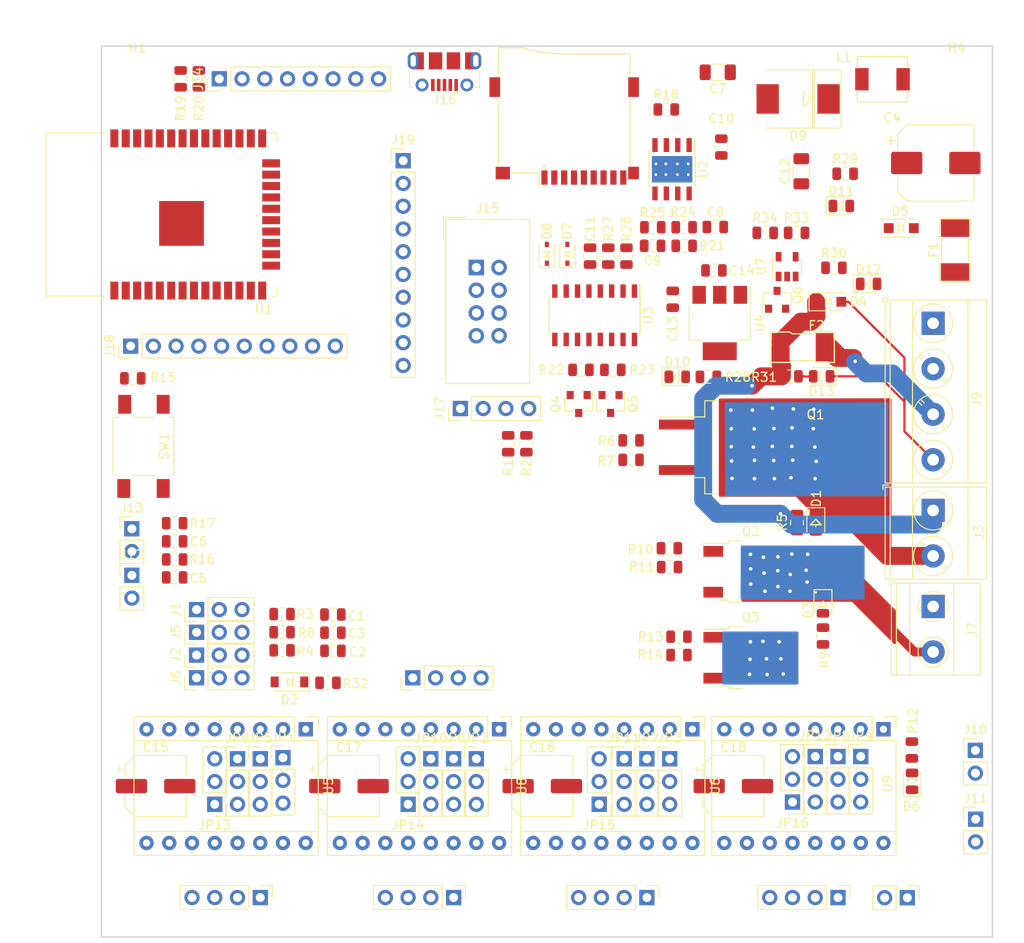
<source format=kicad_pcb>
(kicad_pcb (version 20171130) (host pcbnew 5.0.2-bee76a0~70~ubuntu18.04.1)
  (layers (0 F.Cu signal) (31 B.Cu signal) (34 B.Paste user) (35 F.Paste user) (36 B.SilkS user) (37 F.SilkS user) (38 B.Mask user) (39 F.Mask user) (44 Edge.Cuts user))
  (net 0 "")
  (net 1 GND)
  (net 2 X_MIN)
  (net 3 Z_MIN)
  (net 4 Y_MIN)
  (net 5 VIN)
  (net 6 TEMP_BED_PIN)
  (net 7 TEMP_E0_PIN)
  (net 8 "Net-(C8-Pad1)")
  (net 9 COMP)
  (net 10 "Net-(C10-Pad2)")
  (net 11 "Net-(C10-Pad1)")
  (net 12 "Net-(C11-Pad2)")
  (net 13 +3V3)
  (net 14 "Net-(C12-Pad2)")
  (net 15 5V1)
  (net 16 +5V)
  (net 17 "Net-(D1-Pad2)")
  (net 18 "Net-(D1-Pad1)")
  (net 19 "Net-(D2-Pad1)")
  (net 20 "Net-(D3-Pad2)")
  (net 21 "Net-(D3-Pad1)")
  (net 22 VBED)
  (net 23 "Net-(D6-Pad1)")
  (net 24 "Net-(D6-Pad2)")
  (net 25 "Net-(D7-Pad1)")
  (net 26 "Net-(D8-Pad1)")
  (net 27 "Net-(D10-Pad2)")
  (net 28 "Net-(D11-Pad2)")
  (net 29 "Net-(D12-Pad2)")
  (net 30 "Net-(D13-Pad2)")
  (net 31 "Net-(F1-Pad2)")
  (net 32 "Net-(F2-Pad2)")
  (net 33 "Net-(J1-Pad3)")
  (net 34 "Net-(J2-Pad3)")
  (net 35 "Net-(J4-Pad9)")
  (net 36 "Net-(J4-Pad8)")
  (net 37 "Net-(J4-Pad1)")
  (net 38 SS)
  (net 39 MISO)
  (net 40 SCK)
  (net 41 MOSI)
  (net 42 "Net-(J5-Pad3)")
  (net 43 SCL)
  (net 44 SDA)
  (net 45 "Net-(J15-Pad3)")
  (net 46 "Net-(J15-Pad4)")
  (net 47 RXD)
  (net 48 TXD)
  (net 49 "Net-(J15-Pad7)")
  (net 50 "Net-(J16-Pad6)")
  (net 51 VUSB)
  (net 52 "Net-(J16-Pad4)")
  (net 53 Y_DIR_PIN)
  (net 54 Y_STEP_PIN)
  (net 55 MOTOR_EN_PIN)
  (net 56 X_DIR_PIN)
  (net 57 X_STEP_PIN)
  (net 58 Z_DIR_PIN)
  (net 59 Z_STEP_PIN)
  (net 60 FAN_E0_PIN)
  (net 61 HEATER_E0_PIN)
  (net 62 IO0)
  (net 63 HEATER_BED_PIN)
  (net 64 E0_STEP_PIN)
  (net 65 E0_DIR_PIN)
  (net 66 E0_CS)
  (net 67 Z_CS)
  (net 68 Y_CS)
  (net 69 X_CS)
  (net 70 "Net-(J21-Pad4)")
  (net 71 "Net-(J21-Pad3)")
  (net 72 "Net-(J21-Pad2)")
  (net 73 "Net-(J21-Pad1)")
  (net 74 "Net-(J22-Pad1)")
  (net 75 "Net-(J22-Pad2)")
  (net 76 "Net-(J22-Pad3)")
  (net 77 "Net-(J22-Pad4)")
  (net 78 "Net-(J23-Pad4)")
  (net 79 "Net-(J23-Pad3)")
  (net 80 "Net-(J23-Pad2)")
  (net 81 "Net-(J23-Pad1)")
  (net 82 "Net-(J24-Pad1)")
  (net 83 "Net-(J24-Pad2)")
  (net 84 "Net-(J24-Pad3)")
  (net 85 "Net-(J24-Pad4)")
  (net 86 X_MS1)
  (net 87 Y_MS1)
  (net 88 Z_MS1)
  (net 89 E0_MS1)
  (net 90 X_MS2)
  (net 91 Y_MS2)
  (net 92 Z_MS2)
  (net 93 E0_MS2)
  (net 94 X_MS3)
  (net 95 Y_MS3)
  (net 96 Z_MS3)
  (net 97 E0_MS3)
  (net 98 X_SLP)
  (net 99 X_RST)
  (net 100 Y_SLP)
  (net 101 Y_RST)
  (net 102 Z_RST)
  (net 103 Z_SLP)
  (net 104 E0_SLP)
  (net 105 E0_RST)
  (net 106 "Net-(Q1-Pad1)")
  (net 107 "Net-(Q2-Pad1)")
  (net 108 "Net-(Q3-Pad1)")
  (net 109 "Net-(Q4-Pad1)")
  (net 110 RTS)
  (net 111 EN)
  (net 112 DTR)
  (net 113 "Net-(Q5-Pad1)")
  (net 114 "Net-(Q6-Pad1)")
  (net 115 TX)
  (net 116 RX)
  (net 117 "Net-(R18-Pad2)")
  (net 118 FB)
  (net 119 "Net-(R26-Pad2)")
  (net 120 "Net-(R27-Pad2)")
  (net 121 "Net-(R33-Pad1)")
  (net 122 "Net-(U1-Pad17)")
  (net 123 "Net-(U1-Pad18)")
  (net 124 "Net-(U1-Pad19)")
  (net 125 "Net-(U1-Pad20)")
  (net 126 "Net-(U1-Pad21)")
  (net 127 "Net-(U1-Pad22)")
  (net 128 "Net-(U1-Pad32)")
  (net 129 "Net-(U2-Pad3)")
  (net 130 "Net-(U3-Pad7)")
  (net 131 "Net-(U3-Pad8)")
  (net 132 "Net-(U3-Pad9)")
  (net 133 "Net-(U3-Pad10)")
  (net 134 "Net-(U3-Pad11)")
  (net 135 "Net-(U3-Pad12)")
  (net 136 "Net-(U3-Pad15)")
  (module Capacitor_SMD:C_0805_2012Metric (layer F.Cu) (at 70.85 100.475 180)
    (fp_text reference C1 (at -2.65 -0.175 180) (layer F.SilkS))
    (fp_text value 100nF16V)
    (pad 2 smd roundrect (at 0.9375 0 180) (size 0.975 1.4) (layers F.Cu F.Paste F.Mask) (net 2 X_MIN))
    (pad 1 smd roundrect (at -0.9375 0 180) (size 0.975 1.4) (layers F.Cu F.Paste F.Mask) (net 1 GND))
  )
  (module Capacitor_SMD:C_0805_2012Metric (layer F.Cu) (at 70.85 104.525 180)
    (fp_text reference C2 (at -2.75 -0.125 180) (layer F.SilkS))
    (fp_text value 100nF16V)
    (pad 2 smd roundrect (at 0.9375 0 180) (size 0.975 1.4) (layers F.Cu F.Paste F.Mask) (net 3 Z_MIN))
    (pad 1 smd roundrect (at -0.9375 0 180) (size 0.975 1.4) (layers F.Cu F.Paste F.Mask) (net 1 GND))
  )
  (module Capacitor_SMD:C_0805_2012Metric (layer F.Cu) (at 70.85 102.5 180)
    (fp_text reference C3 (at -2.621 -0.106) (layer F.SilkS))
    (fp_text value 100nF16V)
    (pad 2 smd roundrect (at 0.9375 0 180) (size 0.975 1.4) (layers F.Cu F.Paste F.Mask) (net 4 Y_MIN))
    (pad 1 smd roundrect (at -0.9375 0 180) (size 0.975 1.4) (layers F.Cu F.Paste F.Mask) (net 1 GND))
  )
  (module Capacitor_SMD:CP_Elec_8x10 (layer F.Cu) (at 138.175 50.05)
    (fp_text reference C4 (at -4.875 -5.05) (layer F.SilkS))
    (fp_text value 100uF50V)
    (pad 2 smd roundrect (at 3.25 0) (size 3.5 2.5) (layers F.Cu F.Paste F.Mask) (roundrect_rratio 0.1) (net 1 GND))
    (pad 1 smd roundrect (at -3.25 0) (size 3.5 2.5) (layers F.Cu F.Paste F.Mask) (roundrect_rratio 0.1) (net 5 VIN))
  )
  (module Capacitor_SMD:C_0805_2012Metric (layer F.Cu) (at 53.175 96.325)
    (fp_text reference C5 (at 2.636 0.118) (layer F.SilkS))
    (fp_text value 10uF16V)
    (pad 2 smd roundrect (at 0.9375 0) (size 0.975 1.4) (layers F.Cu F.Paste F.Mask) (net 6 TEMP_BED_PIN))
    (pad 1 smd roundrect (at -0.9375 0) (size 0.975 1.4) (layers F.Cu F.Paste F.Mask) (net 1 GND))
  )
  (module Capacitor_SMD:C_0805_2012Metric (layer F.Cu) (at 53.175 92.3)
    (fp_text reference C6 (at 2.675 0.025) (layer F.SilkS))
    (fp_text value 10uF16V)
    (pad 2 smd roundrect (at 0.9375 0) (size 0.975 1.4) (layers F.Cu F.Paste F.Mask) (net 7 TEMP_E0_PIN))
    (pad 1 smd roundrect (at -0.9375 0) (size 0.975 1.4) (layers F.Cu F.Paste F.Mask) (net 1 GND))
  )
  (module Capacitor_SMD:C_1206_3216Metric (layer F.Cu) (at 113.825 39.925 180)
    (fp_text reference C7 (at 0 -1.82 180) (layer F.SilkS))
    (fp_text value 4.7uF50V)
    (pad 2 smd roundrect (at 1.4 0 180) (size 1.25 1.75) (layers F.Cu F.Paste F.Mask) (roundrect_rratio 0.2) (net 5 VIN))
    (pad 1 smd roundrect (at -1.4 0 180) (size 1.25 1.75) (layers F.Cu F.Paste F.Mask) (roundrect_rratio 0.2) (net 1 GND))
  )
  (module Capacitor_SMD:C_0805_2012Metric (layer F.Cu) (at 113.55 57.2)
    (fp_text reference C8 (at 0 -1.65) (layer F.SilkS))
    (fp_text value 820pF50V)
    (pad 2 smd roundrect (at 0.9375 0) (size 0.975 1.4) (layers F.Cu F.Paste F.Mask) (net 1 GND))
    (pad 1 smd roundrect (at -0.9375 0) (size 0.975 1.4) (layers F.Cu F.Paste F.Mask) (net 8 "Net-(C8-Pad1)"))
  )
  (module Capacitor_SMD:C_0805_2012Metric (layer F.Cu) (at 106.55 59.3 180)
    (fp_text reference C9 (at 0 -1.65 180) (layer F.SilkS))
    (fp_text value 56pF50V)
    (pad 2 smd roundrect (at 0.9375 0 180) (size 0.975 1.4) (layers F.Cu F.Paste F.Mask) (net 1 GND))
    (pad 1 smd roundrect (at -0.9375 0 180) (size 0.975 1.4) (layers F.Cu F.Paste F.Mask) (net 9 COMP))
  )
  (module Capacitor_SMD:C_0805_2012Metric (layer F.Cu) (at 114.225 48.275 90)
    (fp_text reference C10 (at 3.2 0 180) (layer F.SilkS))
    (fp_text value 100nF50V)
    (pad 2 smd roundrect (at 0.9375 0 90) (size 0.975 1.4) (layers F.Cu F.Paste F.Mask) (net 10 "Net-(C10-Pad2)"))
    (pad 1 smd roundrect (at -0.9375 0 90) (size 0.975 1.4) (layers F.Cu F.Paste F.Mask) (net 11 "Net-(C10-Pad1)"))
  )
  (module Capacitor_SMD:C_0805_2012Metric (layer F.Cu) (at 99.568 60.452 270)
    (fp_text reference C11 (at -3.048 0 270) (layer F.SilkS))
    (fp_text value 1nF16V)
    (pad 2 smd roundrect (at 0.9375 0 270) (size 0.975 1.4) (layers F.Cu F.Paste F.Mask) (net 12 "Net-(C11-Pad2)"))
    (pad 1 smd roundrect (at -0.9375 0 270) (size 0.975 1.4) (layers F.Cu F.Paste F.Mask) (net 13 +3V3))
  )
  (module Capacitor_SMD:C_1206_3216Metric (layer F.Cu) (at 123.15 50.975 90)
    (fp_text reference C12 (at 0 -1.82 90) (layer F.SilkS))
    (fp_text value 47uF16V)
    (pad 2 smd roundrect (at 1.4 0 90) (size 1.25 1.75) (layers F.Cu F.Paste F.Mask) (roundrect_rratio 0.2) (net 14 "Net-(C12-Pad2)"))
    (pad 1 smd roundrect (at -1.4 0 90) (size 1.25 1.75) (layers F.Cu F.Paste F.Mask) (roundrect_rratio 0.2) (net 15 5V1))
  )
  (module Capacitor_SMD:C_0805_2012Metric (layer F.Cu) (at 108.8 65.275 270)
    (fp_text reference C13 (at 3.3 0 270) (layer F.SilkS))
    (fp_text value 10uF25V)
    (pad 2 smd roundrect (at 0.9375 0 270) (size 0.975 1.4) (layers F.Cu F.Paste F.Mask) (net 1 GND))
    (pad 1 smd roundrect (at -0.9375 0 270) (size 0.975 1.4) (layers F.Cu F.Paste F.Mask) (net 16 +5V))
  )
  (module Capacitor_SMD:C_0805_2012Metric (layer F.Cu) (at 113.4 62.05)
    (fp_text reference C14 (at 3.1 0) (layer F.SilkS))
    (fp_text value 10uF25V)
    (pad 2 smd roundrect (at 0.9375 0) (size 0.975 1.4) (layers F.Cu F.Paste F.Mask) (net 1 GND))
    (pad 1 smd roundrect (at -0.9375 0) (size 0.975 1.4) (layers F.Cu F.Paste F.Mask) (net 13 +3V3))
  )
  (module Capacitor_SMD:CP_Elec_6.3x7.7 (layer F.Cu) (at 51.054 119.634)
    (fp_text reference C15 (at 0 -4.35) (layer F.SilkS))
    (fp_text value 100uF35V)
    (pad 2 smd roundrect (at 2.7 0) (size 3.5 1.6) (layers F.Cu F.Paste F.Mask) (roundrect_rratio 0.15625) (net 1 GND))
    (pad 1 smd roundrect (at -2.7 0) (size 3.5 1.6) (layers F.Cu F.Paste F.Mask) (roundrect_rratio 0.15625) (net 5 VIN))
  )
  (module Capacitor_SMD:CP_Elec_6.3x7.7 (layer F.Cu) (at 94.234 119.634)
    (fp_text reference C16 (at 0 -4.35) (layer F.SilkS))
    (fp_text value 100uF35V)
    (pad 2 smd roundrect (at 2.7 0) (size 3.5 1.6) (layers F.Cu F.Paste F.Mask) (roundrect_rratio 0.15625) (net 1 GND))
    (pad 1 smd roundrect (at -2.7 0) (size 3.5 1.6) (layers F.Cu F.Paste F.Mask) (roundrect_rratio 0.15625) (net 5 VIN))
  )
  (module Capacitor_SMD:CP_Elec_6.3x7.7 (layer F.Cu) (at 72.644 119.634)
    (fp_text reference C17 (at 0 -4.35) (layer F.SilkS))
    (fp_text value 100uF35V)
    (pad 2 smd roundrect (at 2.7 0) (size 3.5 1.6) (layers F.Cu F.Paste F.Mask) (roundrect_rratio 0.15625) (net 1 GND))
    (pad 1 smd roundrect (at -2.7 0) (size 3.5 1.6) (layers F.Cu F.Paste F.Mask) (roundrect_rratio 0.15625) (net 5 VIN))
  )
  (module Capacitor_SMD:CP_Elec_6.3x7.7 (layer F.Cu) (at 115.57 119.634)
    (fp_text reference C18 (at 0 -4.35) (layer F.SilkS))
    (fp_text value 100uF35V)
    (pad 2 smd roundrect (at 2.7 0) (size 3.5 1.6) (layers F.Cu F.Paste F.Mask) (roundrect_rratio 0.15625) (net 1 GND))
    (pad 1 smd roundrect (at -2.7 0) (size 3.5 1.6) (layers F.Cu F.Paste F.Mask) (roundrect_rratio 0.15625) (net 5 VIN))
  )
  (module MountingHole:MountingHole_3.2mm_M3_DIN965 (layer F.Cu) (at 49 41)
    (fp_text reference H1 (at 0 -3.8) (layer F.SilkS))
    (fp_text value MountingHole)
    (pad 1 np_thru_hole circle (at 0 0) (size 3.2 3.2) (drill 3.2) (layers *.Cu *.Mask))
  )
  (module MountingHole:MountingHole_3.2mm_M3_DIN965 (layer F.Cu) (at 49 132.5)
    (fp_text reference H2 hide)
    (fp_text value MountingHole)
    (pad 1 np_thru_hole circle (at 0 0) (size 3.2 3.2) (drill 3.2) (layers *.Cu *.Mask))
  )
  (module MountingHole:MountingHole_3.2mm_M3_DIN965 (layer F.Cu) (at 140.5 132.5)
    (fp_text reference H3 hide)
    (fp_text value MountingHole)
    (pad 1 np_thru_hole circle (at 0 0) (size 3.2 3.2) (drill 3.2) (layers *.Cu *.Mask))
  )
  (module MountingHole:MountingHole_3.2mm_M3_DIN965 (layer F.Cu) (at 140.5 41)
    (fp_text reference H4 (at 0 -3.8) (layer F.SilkS))
    (fp_text value MountingHole)
    (pad 1 np_thru_hole circle (at 0 0) (size 3.2 3.2) (drill 3.2) (layers *.Cu *.Mask))
  )
  (module Connector_PinHeader_2.54mm:PinHeader_1x03_P2.54mm_Vertical (layer F.Cu) (at 55.624 99.923 90)
    (fp_text reference J1 (at 0 -2.33 90) (layer F.SilkS))
    (fp_text value X_MIN)
    (pad 3 thru_hole oval (at 0 5.08 90) (size 1.7 1.7) (drill 1) (layers *.Cu *.Mask) (net 33 "Net-(J1-Pad3)"))
    (pad 2 thru_hole oval (at 0 2.54 90) (size 1.7 1.7) (drill 1) (layers *.Cu *.Mask) (net 1 GND))
    (pad 1 thru_hole rect (at 0 0 90) (size 1.7 1.7) (drill 1) (layers *.Cu *.Mask) (net 13 +3V3))
  )
  (module Connector_PinHeader_2.54mm:PinHeader_1x03_P2.54mm_Vertical (layer F.Cu) (at 55.624 105.003 90)
    (fp_text reference J2 (at 0 -2.33 90) (layer F.SilkS))
    (fp_text value Z_MIN)
    (pad 3 thru_hole oval (at 0 5.08 90) (size 1.7 1.7) (drill 1) (layers *.Cu *.Mask) (net 34 "Net-(J2-Pad3)"))
    (pad 2 thru_hole oval (at 0 2.54 90) (size 1.7 1.7) (drill 1) (layers *.Cu *.Mask) (net 1 GND))
    (pad 1 thru_hole rect (at 0 0 90) (size 1.7 1.7) (drill 1) (layers *.Cu *.Mask) (net 13 +3V3))
  )
  (module TerminalBlock_Phoenix:TerminalBlock_Phoenix_MKDS-3-2-5.08_1x02_P5.08mm_Horizontal (layer F.Cu) (at 137.875 88.85 270)
    (fp_text reference J3 (at 2.425 -5.1 270) (layer F.SilkS))
    (fp_text value BED)
    (pad 2 thru_hole circle (at 5.08 0 270) (size 2.6 2.6) (drill 1.3) (layers *.Cu *.Mask) (net 18 "Net-(D1-Pad1)"))
    (pad 1 thru_hole rect (at 0 0 270) (size 2.6 2.6) (drill 1.3) (layers *.Cu *.Mask) (net 22 VBED))
  )
  (module Connector_PinHeader_2.54mm:PinHeader_1x03_P2.54mm_Vertical (layer F.Cu) (at 55.624 102.463 90)
    (fp_text reference J5 (at 0 -2.33 90) (layer F.SilkS))
    (fp_text value Y_MIN)
    (pad 3 thru_hole oval (at 0 5.08 90) (size 1.7 1.7) (drill 1) (layers *.Cu *.Mask) (net 42 "Net-(J5-Pad3)"))
    (pad 2 thru_hole oval (at 0 2.54 90) (size 1.7 1.7) (drill 1) (layers *.Cu *.Mask) (net 1 GND))
    (pad 1 thru_hole rect (at 0 0 90) (size 1.7 1.7) (drill 1) (layers *.Cu *.Mask) (net 13 +3V3))
  )
  (module Connector_PinHeader_2.54mm:PinHeader_1x03_P2.54mm_Vertical (layer F.Cu) (at 55.624 107.543 90)
    (fp_text reference J6 (at 0 -2.33 90) (layer F.SilkS))
    (fp_text value Z_PROBE)
    (pad 3 thru_hole oval (at 0 5.08 90) (size 1.7 1.7) (drill 1) (layers *.Cu *.Mask) (net 19 "Net-(D2-Pad1)"))
    (pad 2 thru_hole oval (at 0 2.54 90) (size 1.7 1.7) (drill 1) (layers *.Cu *.Mask) (net 1 GND))
    (pad 1 thru_hole rect (at 0 0 90) (size 1.7 1.7) (drill 1) (layers *.Cu *.Mask) (net 5 VIN))
  )
  (module Connector_PinHeader_2.54mm:PinHeader_1x02_P2.54mm_Vertical (layer F.Cu) (at 135 132.1 270)
    (fp_text reference J8 hide)
    (fp_text value FAN_CASE)
    (pad 2 thru_hole oval (at 0 2.54 270) (size 1.7 1.7) (drill 1) (layers *.Cu *.Mask) (net 1 GND))
    (pad 1 thru_hole rect (at 0 0 270) (size 1.7 1.7) (drill 1) (layers *.Cu *.Mask) (net 5 VIN))
  )
  (module TerminalBlock_Phoenix:TerminalBlock_Phoenix_MKDS-3-4-5.08_1x04_P5.08mm_Horizontal (layer F.Cu) (at 137.875 67.95 270)
    (fp_text reference J9 (at 8.475 -4.875 270) (layer F.SilkS))
    (fp_text value PWR_IN)
    (pad 4 thru_hole circle (at 15.24 0 270) (size 2.6 2.6) (drill 1.3) (layers *.Cu *.Mask) (net 1 GND))
    (pad 3 thru_hole circle (at 10.16 0 270) (size 2.6 2.6) (drill 1.3) (layers *.Cu *.Mask) (net 32 "Net-(F2-Pad2)"))
    (pad 2 thru_hole circle (at 5.08 0 270) (size 2.6 2.6) (drill 1.3) (layers *.Cu *.Mask) (net 1 GND))
    (pad 1 thru_hole rect (at 0 0 270) (size 2.6 2.6) (drill 1.3) (layers *.Cu *.Mask) (net 31 "Net-(F1-Pad2)"))
  )
  (module Connector_PinHeader_2.54mm:PinHeader_1x02_P2.54mm_Vertical (layer F.Cu) (at 142.6 115.65)
    (fp_text reference J10 (at 0 -2.33) (layer F.SilkS))
    (fp_text value PART_FAN)
    (pad 2 thru_hole oval (at 0 2.54) (size 1.7 1.7) (drill 1) (layers *.Cu *.Mask) (net 23 "Net-(D6-Pad1)"))
    (pad 1 thru_hole rect (at 0 0) (size 1.7 1.7) (drill 1) (layers *.Cu *.Mask) (net 5 VIN))
  )
  (module Connector_PinHeader_2.54mm:PinHeader_1x02_P2.54mm_Vertical (layer F.Cu) (at 142.625 123.325)
    (fp_text reference J11 (at 0 -2.33) (layer F.SilkS))
    (fp_text value FAN_HEATSINK)
    (pad 2 thru_hole oval (at 0 2.54) (size 1.7 1.7) (drill 1) (layers *.Cu *.Mask) (net 1 GND))
    (pad 1 thru_hole rect (at 0 0) (size 1.7 1.7) (drill 1) (layers *.Cu *.Mask) (net 5 VIN))
  )
  (module Connector_PinHeader_2.54mm:PinHeader_1x02_P2.54mm_Vertical (layer F.Cu) (at 48.4 96.1)
    (fp_text reference J12 (at 0 -2.33) (layer F.SilkS))
    (fp_text value T_BED)
    (pad 2 thru_hole oval (at 0 2.54) (size 1.7 1.7) (drill 1) (layers *.Cu *.Mask) (net 1 GND))
    (pad 1 thru_hole rect (at 0 0) (size 1.7 1.7) (drill 1) (layers *.Cu *.Mask) (net 6 TEMP_BED_PIN))
  )
  (module Connector_PinHeader_2.54mm:PinHeader_1x02_P2.54mm_Vertical (layer F.Cu) (at 48.4 90.9)
    (fp_text reference J13 (at 0 -2.33) (layer F.SilkS))
    (fp_text value T_E0)
    (pad 2 thru_hole oval (at 0 2.54) (size 1.7 1.7) (drill 1) (layers *.Cu *.Mask) (net 1 GND))
    (pad 1 thru_hole rect (at 0 0) (size 1.7 1.7) (drill 1) (layers *.Cu *.Mask) (net 7 TEMP_E0_PIN))
  )
  (module Connector_PinHeader_2.54mm:PinHeader_1x08_P2.54mm_Vertical (layer F.Cu) (at 58.166 40.656 90)
    (fp_text reference J14 (at 0 -2.33 90) (layer F.SilkS))
    (fp_text value I2C/SPI)
    (pad 8 thru_hole oval (at 0 17.78 90) (size 1.7 1.7) (drill 1) (layers *.Cu *.Mask) (net 38 SS))
    (pad 7 thru_hole oval (at 0 15.24 90) (size 1.7 1.7) (drill 1) (layers *.Cu *.Mask) (net 40 SCK))
    (pad 6 thru_hole oval (at 0 12.7 90) (size 1.7 1.7) (drill 1) (layers *.Cu *.Mask) (net 39 MISO))
    (pad 5 thru_hole oval (at 0 10.16 90) (size 1.7 1.7) (drill 1) (layers *.Cu *.Mask) (net 41 MOSI))
    (pad 4 thru_hole oval (at 0 7.62 90) (size 1.7 1.7) (drill 1) (layers *.Cu *.Mask) (net 44 SDA))
    (pad 3 thru_hole oval (at 0 5.08 90) (size 1.7 1.7) (drill 1) (layers *.Cu *.Mask) (net 43 SCL))
    (pad 2 thru_hole oval (at 0 2.54 90) (size 1.7 1.7) (drill 1) (layers *.Cu *.Mask) (net 1 GND))
    (pad 1 thru_hole rect (at 0 0 90) (size 1.7 1.7) (drill 1) (layers *.Cu *.Mask) (net 13 +3V3))
  )
  (module Connector_IDC:IDC-Header_2x04_P2.54mm_Vertical (layer F.Cu) (at 86.868 61.722)
    (fp_text reference J15 (at 1.27 -6.604) (layer F.SilkS))
    (fp_text value AUX1)
    (pad 8 thru_hole oval (at 2.54 7.62) (size 1.7272 1.7272) (drill 1.016) (layers *.Cu *.Mask) (net 16 +5V))
    (pad 7 thru_hole oval (at 0 7.62) (size 1.7272 1.7272) (drill 1.016) (layers *.Cu *.Mask) (net 49 "Net-(J15-Pad7)"))
    (pad 6 thru_hole oval (at 2.54 5.08) (size 1.7272 1.7272) (drill 1.016) (layers *.Cu *.Mask) (net 48 TXD))
    (pad 5 thru_hole oval (at 0 5.08) (size 1.7272 1.7272) (drill 1.016) (layers *.Cu *.Mask) (net 47 RXD))
    (pad 4 thru_hole oval (at 2.54 2.54) (size 1.7272 1.7272) (drill 1.016) (layers *.Cu *.Mask) (net 46 "Net-(J15-Pad4)"))
    (pad 3 thru_hole oval (at 0 2.54) (size 1.7272 1.7272) (drill 1.016) (layers *.Cu *.Mask) (net 45 "Net-(J15-Pad3)"))
    (pad 2 thru_hole oval (at 2.54 0) (size 1.7272 1.7272) (drill 1.016) (layers *.Cu *.Mask) (net 1 GND))
    (pad 1 thru_hole rect (at 0 0) (size 1.7272 1.7272) (drill 1.016) (layers *.Cu *.Mask) (net 16 +5V))
  )
  (module Connector_USB:USB_Micro-B_Molex-105017-0001 (layer F.Cu) (at 83.312 39.878 180)
    (fp_text reference J16 (at 0 -3.1125 180) (layer F.SilkS))
    (fp_text value USB_B_Micro)
    (pad 6 smd rect (at -2.9 1.2375 180) (size 1.2 1.9) (layers F.Cu F.Mask) (net 50 "Net-(J16-Pad6)"))
    (pad 6 smd rect (at 2.9 1.2375 180) (size 1.2 1.9) (layers F.Cu F.Mask) (net 50 "Net-(J16-Pad6)"))
    (pad 6 thru_hole oval (at 3.5 1.2375 180) (size 1.2 1.9) (drill oval 0.6 1.3) (layers *.Cu *.Mask) (net 50 "Net-(J16-Pad6)"))
    (pad 6 thru_hole oval (at -3.5 1.2375) (size 1.2 1.9) (drill oval 0.6 1.3) (layers *.Cu *.Mask) (net 50 "Net-(J16-Pad6)"))
    (pad 6 smd rect (at -1 1.2375 180) (size 1.5 1.9) (layers F.Cu F.Paste F.Mask) (net 50 "Net-(J16-Pad6)"))
    (pad 6 thru_hole circle (at 2.5 -1.4625 180) (size 1.45 1.45) (drill 0.85) (layers *.Cu *.Mask) (net 50 "Net-(J16-Pad6)"))
    (pad 3 smd rect (at 0 -1.4625 180) (size 0.4 1.35) (layers F.Cu F.Paste F.Mask) (net 26 "Net-(D8-Pad1)"))
    (pad 4 smd rect (at 0.65 -1.4625 180) (size 0.4 1.35) (layers F.Cu F.Paste F.Mask) (net 52 "Net-(J16-Pad4)"))
    (pad 5 smd rect (at 1.3 -1.4625 180) (size 0.4 1.35) (layers F.Cu F.Paste F.Mask) (net 1 GND))
    (pad 1 smd rect (at -1.3 -1.4625 180) (size 0.4 1.35) (layers F.Cu F.Paste F.Mask) (net 51 VUSB))
    (pad 2 smd rect (at -0.65 -1.4625 180) (size 0.4 1.35) (layers F.Cu F.Paste F.Mask) (net 25 "Net-(D7-Pad1)"))
    (pad 6 thru_hole circle (at -2.5 -1.4625 180) (size 1.45 1.45) (drill 0.85) (layers *.Cu *.Mask) (net 50 "Net-(J16-Pad6)"))
    (pad 6 smd rect (at 1 1.2375 180) (size 1.5 1.9) (layers F.Cu F.Paste F.Mask) (net 50 "Net-(J16-Pad6)"))
  )
  (module Connector_PinHeader_2.54mm:PinHeader_1x04_P2.54mm_Vertical (layer F.Cu) (at 85.09 77.47 90)
    (fp_text reference J17 (at 0 -2.33 90) (layer F.SilkS))
    (fp_text value Serial)
    (pad 4 thru_hole oval (at 0 7.62 90) (size 1.7 1.7) (drill 1) (layers *.Cu *.Mask) (net 47 RXD))
    (pad 3 thru_hole oval (at 0 5.08 90) (size 1.7 1.7) (drill 1) (layers *.Cu *.Mask) (net 48 TXD))
    (pad 2 thru_hole oval (at 0 2.54 90) (size 1.7 1.7) (drill 1) (layers *.Cu *.Mask) (net 1 GND))
    (pad 1 thru_hole rect (at 0 0 90) (size 1.7 1.7) (drill 1) (layers *.Cu *.Mask) (net 13 +3V3))
  )
  (module Connector_PinHeader_2.54mm:PinHeader_1x10_P2.54mm_Vertical (layer F.Cu) (at 48.26 70.5 90)
    (fp_text reference J18 (at 0 -2.33 90) (layer F.SilkS))
    (fp_text value PINS_1)
    (pad 10 thru_hole oval (at 0 22.86 90) (size 1.7 1.7) (drill 1) (layers *.Cu *.Mask) (net 57 X_STEP_PIN))
    (pad 9 thru_hole oval (at 0 20.32 90) (size 1.7 1.7) (drill 1) (layers *.Cu *.Mask) (net 56 X_DIR_PIN))
    (pad 8 thru_hole oval (at 0 17.78 90) (size 1.7 1.7) (drill 1) (layers *.Cu *.Mask) (net 55 MOTOR_EN_PIN))
    (pad 7 thru_hole oval (at 0 15.24 90) (size 1.7 1.7) (drill 1) (layers *.Cu *.Mask) (net 54 Y_STEP_PIN))
    (pad 6 thru_hole oval (at 0 12.7 90) (size 1.7 1.7) (drill 1) (layers *.Cu *.Mask) (net 53 Y_DIR_PIN))
    (pad 5 thru_hole oval (at 0 10.16 90) (size 1.7 1.7) (drill 1) (layers *.Cu *.Mask) (net 4 Y_MIN))
    (pad 4 thru_hole oval (at 0 7.62 90) (size 1.7 1.7) (drill 1) (layers *.Cu *.Mask) (net 2 X_MIN))
    (pad 3 thru_hole oval (at 0 5.08 90) (size 1.7 1.7) (drill 1) (layers *.Cu *.Mask) (net 6 TEMP_BED_PIN))
    (pad 2 thru_hole oval (at 0 2.54 90) (size 1.7 1.7) (drill 1) (layers *.Cu *.Mask) (net 7 TEMP_E0_PIN))
    (pad 1 thru_hole rect (at 0 0 90) (size 1.7 1.7) (drill 1) (layers *.Cu *.Mask) (net 13 +3V3))
  )
  (module Connector_PinHeader_2.54mm:PinHeader_1x10_P2.54mm_Vertical (layer F.Cu) (at 78.7 49.8)
    (fp_text reference J19 (at 0 -2.33) (layer F.SilkS))
    (fp_text value PINS_2)
    (pad 10 thru_hole oval (at 0 22.86) (size 1.7 1.7) (drill 1) (layers *.Cu *.Mask) (net 58 Z_DIR_PIN))
    (pad 9 thru_hole oval (at 0 20.32) (size 1.7 1.7) (drill 1) (layers *.Cu *.Mask) (net 59 Z_STEP_PIN))
    (pad 8 thru_hole oval (at 0 17.78) (size 1.7 1.7) (drill 1) (layers *.Cu *.Mask) (net 60 FAN_E0_PIN))
    (pad 7 thru_hole oval (at 0 15.24) (size 1.7 1.7) (drill 1) (layers *.Cu *.Mask) (net 3 Z_MIN))
    (pad 6 thru_hole oval (at 0 12.7) (size 1.7 1.7) (drill 1) (layers *.Cu *.Mask) (net 61 HEATER_E0_PIN))
    (pad 5 thru_hole oval (at 0 10.16) (size 1.7 1.7) (drill 1) (layers *.Cu *.Mask) (net 62 IO0))
    (pad 4 thru_hole oval (at 0 7.62) (size 1.7 1.7) (drill 1) (layers *.Cu *.Mask) (net 63 HEATER_BED_PIN))
    (pad 3 thru_hole oval (at 0 5.08) (size 1.7 1.7) (drill 1) (layers *.Cu *.Mask) (net 64 E0_STEP_PIN))
    (pad 2 thru_hole oval (at 0 2.54) (size 1.7 1.7) (drill 1) (layers *.Cu *.Mask) (net 65 E0_DIR_PIN))
    (pad 1 thru_hole rect (at 0 0) (size 1.7 1.7) (drill 1) (layers *.Cu *.Mask) (net 1 GND))
  )
  (module Connector_PinHeader_2.54mm:PinHeader_1x04_P2.54mm_Vertical (layer F.Cu) (at 79.775 107.55 90)
    (fp_text reference J20 hide)
    (fp_text value CS_PINS)
    (pad 4 thru_hole oval (at 0 7.62 90) (size 1.7 1.7) (drill 1) (layers *.Cu *.Mask) (net 66 E0_CS))
    (pad 3 thru_hole oval (at 0 5.08 90) (size 1.7 1.7) (drill 1) (layers *.Cu *.Mask) (net 67 Z_CS))
    (pad 2 thru_hole oval (at 0 2.54 90) (size 1.7 1.7) (drill 1) (layers *.Cu *.Mask) (net 68 Y_CS))
    (pad 1 thru_hole rect (at 0 0 90) (size 1.7 1.7) (drill 1) (layers *.Cu *.Mask) (net 69 X_CS))
  )
  (module Connector_PinHeader_2.54mm:PinHeader_1x04_P2.54mm_Vertical (layer F.Cu) (at 62.738 132.08 270)
    (fp_text reference J21 hide)
    (fp_text value X_MOTOR)
    (pad 4 thru_hole oval (at 0 7.62 270) (size 1.7 1.7) (drill 1) (layers *.Cu *.Mask) (net 70 "Net-(J21-Pad4)"))
    (pad 3 thru_hole oval (at 0 5.08 270) (size 1.7 1.7) (drill 1) (layers *.Cu *.Mask) (net 71 "Net-(J21-Pad3)"))
    (pad 2 thru_hole oval (at 0 2.54 270) (size 1.7 1.7) (drill 1) (layers *.Cu *.Mask) (net 72 "Net-(J21-Pad2)"))
    (pad 1 thru_hole rect (at 0 0 270) (size 1.7 1.7) (drill 1) (layers *.Cu *.Mask) (net 73 "Net-(J21-Pad1)"))
  )
  (module Connector_PinHeader_2.54mm:PinHeader_1x04_P2.54mm_Vertical (layer F.Cu) (at 105.918 132.08 270)
    (fp_text reference J22 hide)
    (fp_text value Z_MOTOR)
    (pad 4 thru_hole oval (at 0 7.62 270) (size 1.7 1.7) (drill 1) (layers *.Cu *.Mask) (net 77 "Net-(J22-Pad4)"))
    (pad 3 thru_hole oval (at 0 5.08 270) (size 1.7 1.7) (drill 1) (layers *.Cu *.Mask) (net 76 "Net-(J22-Pad3)"))
    (pad 2 thru_hole oval (at 0 2.54 270) (size 1.7 1.7) (drill 1) (layers *.Cu *.Mask) (net 75 "Net-(J22-Pad2)"))
    (pad 1 thru_hole rect (at 0 0 270) (size 1.7 1.7) (drill 1) (layers *.Cu *.Mask) (net 74 "Net-(J22-Pad1)"))
  )
  (module Connector_PinHeader_2.54mm:PinHeader_1x04_P2.54mm_Vertical (layer F.Cu) (at 84.328 132.08 270)
    (fp_text reference J23 hide)
    (fp_text value Y_MOTOR)
    (pad 4 thru_hole oval (at 0 7.62 270) (size 1.7 1.7) (drill 1) (layers *.Cu *.Mask) (net 78 "Net-(J23-Pad4)"))
    (pad 3 thru_hole oval (at 0 5.08 270) (size 1.7 1.7) (drill 1) (layers *.Cu *.Mask) (net 79 "Net-(J23-Pad3)"))
    (pad 2 thru_hole oval (at 0 2.54 270) (size 1.7 1.7) (drill 1) (layers *.Cu *.Mask) (net 80 "Net-(J23-Pad2)"))
    (pad 1 thru_hole rect (at 0 0 270) (size 1.7 1.7) (drill 1) (layers *.Cu *.Mask) (net 81 "Net-(J23-Pad1)"))
  )
  (module Connector_PinHeader_2.54mm:PinHeader_1x04_P2.54mm_Vertical (layer F.Cu) (at 127.254 132.08 270)
    (fp_text reference J24 hide)
    (fp_text value E0_MOTOR)
    (pad 4 thru_hole oval (at 0 7.62 270) (size 1.7 1.7) (drill 1) (layers *.Cu *.Mask) (net 85 "Net-(J24-Pad4)"))
    (pad 3 thru_hole oval (at 0 5.08 270) (size 1.7 1.7) (drill 1) (layers *.Cu *.Mask) (net 84 "Net-(J24-Pad3)"))
    (pad 2 thru_hole oval (at 0 2.54 270) (size 1.7 1.7) (drill 1) (layers *.Cu *.Mask) (net 83 "Net-(J24-Pad2)"))
    (pad 1 thru_hole rect (at 0 0 270) (size 1.7 1.7) (drill 1) (layers *.Cu *.Mask) (net 82 "Net-(J24-Pad1)"))
  )
  (module Connector_PinHeader_2.54mm:PinHeader_1x03_P2.54mm_Vertical (layer F.Cu) (at 65.278 116.459)
    (fp_text reference JP1 (at 0 -2.33) (layer F.SilkS))
    (fp_text value X_MS1)
    (pad 3 thru_hole oval (at 0 5.08) (size 1.7 1.7) (drill 1) (layers *.Cu *.Mask) (net 13 +3V3))
    (pad 2 thru_hole oval (at 0 2.54) (size 1.7 1.7) (drill 1) (layers *.Cu *.Mask) (net 86 X_MS1))
    (pad 1 thru_hole rect (at 0 0) (size 1.7 1.7) (drill 1) (layers *.Cu *.Mask) (net 41 MOSI))
  )
  (module Connector_PinHeader_2.54mm:PinHeader_1x03_P2.54mm_Vertical (layer F.Cu) (at 86.868 116.586)
    (fp_text reference JP2 (at 0 -2.33) (layer F.SilkS))
    (fp_text value Y_MS1)
    (pad 3 thru_hole oval (at 0 5.08) (size 1.7 1.7) (drill 1) (layers *.Cu *.Mask) (net 13 +3V3))
    (pad 2 thru_hole oval (at 0 2.54) (size 1.7 1.7) (drill 1) (layers *.Cu *.Mask) (net 87 Y_MS1))
    (pad 1 thru_hole rect (at 0 0) (size 1.7 1.7) (drill 1) (layers *.Cu *.Mask) (net 41 MOSI))
  )
  (module Connector_PinHeader_2.54mm:PinHeader_1x03_P2.54mm_Vertical (layer F.Cu) (at 108.458 116.586)
    (fp_text reference JP3 (at 0 -2.33) (layer F.SilkS))
    (fp_text value Z_MS1)
    (pad 3 thru_hole oval (at 0 5.08) (size 1.7 1.7) (drill 1) (layers *.Cu *.Mask) (net 13 +3V3))
    (pad 2 thru_hole oval (at 0 2.54) (size 1.7 1.7) (drill 1) (layers *.Cu *.Mask) (net 88 Z_MS1))
    (pad 1 thru_hole rect (at 0 0) (size 1.7 1.7) (drill 1) (layers *.Cu *.Mask) (net 41 MOSI))
  )
  (module Connector_PinHeader_2.54mm:PinHeader_1x03_P2.54mm_Vertical (layer F.Cu) (at 129.794 116.332)
    (fp_text reference JP4 (at 0 -2.33) (layer F.SilkS))
    (fp_text value E0_MS1)
    (pad 3 thru_hole oval (at 0 5.08) (size 1.7 1.7) (drill 1) (layers *.Cu *.Mask) (net 13 +3V3))
    (pad 2 thru_hole oval (at 0 2.54) (size 1.7 1.7) (drill 1) (layers *.Cu *.Mask) (net 89 E0_MS1))
    (pad 1 thru_hole rect (at 0 0) (size 1.7 1.7) (drill 1) (layers *.Cu *.Mask) (net 41 MOSI))
  )
  (module Connector_PinHeader_2.54mm:PinHeader_1x03_P2.54mm_Vertical (layer F.Cu) (at 62.738 116.586)
    (fp_text reference JP5 (at 0 -2.33) (layer F.SilkS))
    (fp_text value X_MS2)
    (pad 3 thru_hole oval (at 0 5.08) (size 1.7 1.7) (drill 1) (layers *.Cu *.Mask) (net 13 +3V3))
    (pad 2 thru_hole oval (at 0 2.54) (size 1.7 1.7) (drill 1) (layers *.Cu *.Mask) (net 90 X_MS2))
    (pad 1 thru_hole rect (at 0 0) (size 1.7 1.7) (drill 1) (layers *.Cu *.Mask) (net 40 SCK))
  )
  (module Connector_PinHeader_2.54mm:PinHeader_1x03_P2.54mm_Vertical (layer F.Cu) (at 84.328 116.586)
    (fp_text reference JP6 (at 0 -2.33) (layer F.SilkS))
    (fp_text value Y_MS2)
    (pad 3 thru_hole oval (at 0 5.08) (size 1.7 1.7) (drill 1) (layers *.Cu *.Mask) (net 13 +3V3))
    (pad 2 thru_hole oval (at 0 2.54) (size 1.7 1.7) (drill 1) (layers *.Cu *.Mask) (net 91 Y_MS2))
    (pad 1 thru_hole rect (at 0 0) (size 1.7 1.7) (drill 1) (layers *.Cu *.Mask) (net 40 SCK))
  )
  (module Connector_PinHeader_2.54mm:PinHeader_1x03_P2.54mm_Vertical (layer F.Cu) (at 105.918 116.586)
    (fp_text reference JP7 (at 0 -2.33) (layer F.SilkS))
    (fp_text value Z_MS2)
    (pad 3 thru_hole oval (at 0 5.08) (size 1.7 1.7) (drill 1) (layers *.Cu *.Mask) (net 13 +3V3))
    (pad 2 thru_hole oval (at 0 2.54) (size 1.7 1.7) (drill 1) (layers *.Cu *.Mask) (net 92 Z_MS2))
    (pad 1 thru_hole rect (at 0 0) (size 1.7 1.7) (drill 1) (layers *.Cu *.Mask) (net 40 SCK))
  )
  (module Connector_PinHeader_2.54mm:PinHeader_1x03_P2.54mm_Vertical (layer F.Cu) (at 127.254 116.332)
    (fp_text reference JP8 (at 0 -2.33) (layer F.SilkS))
    (fp_text value E0_MS2)
    (pad 3 thru_hole oval (at 0 5.08) (size 1.7 1.7) (drill 1) (layers *.Cu *.Mask) (net 13 +3V3))
    (pad 2 thru_hole oval (at 0 2.54) (size 1.7 1.7) (drill 1) (layers *.Cu *.Mask) (net 93 E0_MS2))
    (pad 1 thru_hole rect (at 0 0) (size 1.7 1.7) (drill 1) (layers *.Cu *.Mask) (net 40 SCK))
  )
  (module Connector_PinHeader_2.54mm:PinHeader_1x03_P2.54mm_Vertical (layer F.Cu) (at 60.198 116.586)
    (fp_text reference JP9 (at 0 -2.33) (layer F.SilkS))
    (fp_text value X_MS3)
    (pad 3 thru_hole oval (at 0 5.08) (size 1.7 1.7) (drill 1) (layers *.Cu *.Mask) (net 13 +3V3))
    (pad 2 thru_hole oval (at 0 2.54) (size 1.7 1.7) (drill 1) (layers *.Cu *.Mask) (net 94 X_MS3))
    (pad 1 thru_hole rect (at 0 0) (size 1.7 1.7) (drill 1) (layers *.Cu *.Mask) (net 69 X_CS))
  )
  (module Connector_PinHeader_2.54mm:PinHeader_1x03_P2.54mm_Vertical (layer F.Cu) (at 81.788 116.586)
    (fp_text reference JP10 (at 0 -2.33) (layer F.SilkS))
    (fp_text value Y_MS3)
    (pad 3 thru_hole oval (at 0 5.08) (size 1.7 1.7) (drill 1) (layers *.Cu *.Mask) (net 13 +3V3))
    (pad 2 thru_hole oval (at 0 2.54) (size 1.7 1.7) (drill 1) (layers *.Cu *.Mask) (net 95 Y_MS3))
    (pad 1 thru_hole rect (at 0 0) (size 1.7 1.7) (drill 1) (layers *.Cu *.Mask) (net 68 Y_CS))
  )
  (module Connector_PinHeader_2.54mm:PinHeader_1x03_P2.54mm_Vertical (layer F.Cu) (at 103.378 116.586)
    (fp_text reference JP11 (at 0 -2.33) (layer F.SilkS))
    (fp_text value Z_MS3)
    (pad 3 thru_hole oval (at 0 5.08) (size 1.7 1.7) (drill 1) (layers *.Cu *.Mask) (net 13 +3V3))
    (pad 2 thru_hole oval (at 0 2.54) (size 1.7 1.7) (drill 1) (layers *.Cu *.Mask) (net 96 Z_MS3))
    (pad 1 thru_hole rect (at 0 0) (size 1.7 1.7) (drill 1) (layers *.Cu *.Mask) (net 67 Z_CS))
  )
  (module Connector_PinHeader_2.54mm:PinHeader_1x03_P2.54mm_Vertical (layer F.Cu) (at 124.714 116.332)
    (fp_text reference JP12 (at 0 -2.33) (layer F.SilkS))
    (fp_text value E0_MS3)
    (pad 3 thru_hole oval (at 0 5.08) (size 1.7 1.7) (drill 1) (layers *.Cu *.Mask) (net 13 +3V3))
    (pad 2 thru_hole oval (at 0 2.54) (size 1.7 1.7) (drill 1) (layers *.Cu *.Mask) (net 97 E0_MS3))
    (pad 1 thru_hole rect (at 0 0) (size 1.7 1.7) (drill 1) (layers *.Cu *.Mask) (net 66 E0_CS))
  )
  (module Connector_PinHeader_2.54mm:PinHeader_1x03_P2.54mm_Vertical (layer F.Cu) (at 57.658 121.666 180)
    (fp_text reference JP13 (at 0 -2.33 180) (layer F.SilkS))
    (fp_text value X_RST)
    (pad 3 thru_hole oval (at 0 5.08 180) (size 1.7 1.7) (drill 1) (layers *.Cu *.Mask) (net 98 X_SLP))
    (pad 2 thru_hole oval (at 0 2.54 180) (size 1.7 1.7) (drill 1) (layers *.Cu *.Mask) (net 99 X_RST))
    (pad 1 thru_hole rect (at 0 0 180) (size 1.7 1.7) (drill 1) (layers *.Cu *.Mask) (net 39 MISO))
  )
  (module Connector_PinHeader_2.54mm:PinHeader_1x03_P2.54mm_Vertical (layer F.Cu) (at 79.248 121.666 180)
    (fp_text reference JP14 (at 0 -2.33 180) (layer F.SilkS))
    (fp_text value Y_RST)
    (pad 3 thru_hole oval (at 0 5.08 180) (size 1.7 1.7) (drill 1) (layers *.Cu *.Mask) (net 100 Y_SLP))
    (pad 2 thru_hole oval (at 0 2.54 180) (size 1.7 1.7) (drill 1) (layers *.Cu *.Mask) (net 101 Y_RST))
    (pad 1 thru_hole rect (at 0 0 180) (size 1.7 1.7) (drill 1) (layers *.Cu *.Mask) (net 39 MISO))
  )
  (module Connector_PinHeader_2.54mm:PinHeader_1x03_P2.54mm_Vertical (layer F.Cu) (at 100.584 121.666 180)
    (fp_text reference JP15 (at 0 -2.33 180) (layer F.SilkS))
    (fp_text value Z_RST)
    (pad 3 thru_hole oval (at 0 5.08 180) (size 1.7 1.7) (drill 1) (layers *.Cu *.Mask) (net 103 Z_SLP))
    (pad 2 thru_hole oval (at 0 2.54 180) (size 1.7 1.7) (drill 1) (layers *.Cu *.Mask) (net 102 Z_RST))
    (pad 1 thru_hole rect (at 0 0 180) (size 1.7 1.7) (drill 1) (layers *.Cu *.Mask) (net 39 MISO))
  )
  (module Connector_PinHeader_2.54mm:PinHeader_1x03_P2.54mm_Vertical (layer F.Cu) (at 122.174 121.412 180)
    (fp_text reference JP16 (at 0 -2.33 180) (layer F.SilkS))
    (fp_text value E0_RST)
    (pad 3 thru_hole oval (at 0 5.08 180) (size 1.7 1.7) (drill 1) (layers *.Cu *.Mask) (net 104 E0_SLP))
    (pad 2 thru_hole oval (at 0 2.54 180) (size 1.7 1.7) (drill 1) (layers *.Cu *.Mask) (net 105 E0_RST))
    (pad 1 thru_hole rect (at 0 0 180) (size 1.7 1.7) (drill 1) (layers *.Cu *.Mask) (net 39 MISO))
  )
  (module Package_TO_SOT_SMD:TO-263-2 (layer F.Cu) (at 115.325 81.8)
    (fp_text reference Q1 (at 9.425 -3.65) (layer F.SilkS))
    (fp_text value IRLS3034PBF)
    (pad 2 smd rect (at 3.375 0) (size 9.4 10.8) (layers F.Cu F.Mask) (net 18 "Net-(D1-Pad1)"))
    (pad 3 smd rect (at -5.775 2.54) (size 4.6 1.1) (layers F.Cu F.Paste F.Mask) (net 1 GND))
    (pad 1 smd rect (at -5.775 -2.54) (size 4.6 1.1) (layers F.Cu F.Paste F.Mask) (net 106 "Net-(Q1-Pad1)"))
  )
  (module Package_TO_SOT_SMD:TO-252-2 (layer F.Cu) (at 117.525 95.7)
    (fp_text reference Q2 (at 0 -4.5) (layer F.SilkS))
    (fp_text value IRLR8743TRPBF)
    (pad 2 smd rect (at 2.1 0) (size 6.4 5.8) (layers F.Cu F.Mask) (net 21 "Net-(D3-Pad1)"))
    (pad 3 smd rect (at -4.2 2.28) (size 2.2 1.2) (layers F.Cu F.Paste F.Mask) (net 1 GND))
    (pad 1 smd rect (at -4.2 -2.28) (size 2.2 1.2) (layers F.Cu F.Paste F.Mask) (net 107 "Net-(Q2-Pad1)"))
  )
  (module Package_TO_SOT_SMD:TO-252-2 (layer F.Cu) (at 117.525 105.3)
    (fp_text reference Q3 (at 0 -4.5) (layer F.SilkS))
    (fp_text value IRLR8743TRPBF)
    (pad 2 smd rect (at 2.1 0) (size 6.4 5.8) (layers F.Cu F.Mask) (net 23 "Net-(D6-Pad1)"))
    (pad 3 smd rect (at -4.2 2.28) (size 2.2 1.2) (layers F.Cu F.Paste F.Mask) (net 1 GND))
    (pad 1 smd rect (at -4.2 -2.28) (size 2.2 1.2) (layers F.Cu F.Paste F.Mask) (net 108 "Net-(Q3-Pad1)"))
  )
  (module Package_TO_SOT_SMD:SOT-23 (layer F.Cu) (at 98.298 76.962 270)
    (fp_text reference Q4 (at 0 2.54 270) (layer F.SilkS))
    (fp_text value S9014)
    (pad 3 smd rect (at 1 0 270) (size 0.9 0.8) (layers F.Cu F.Paste F.Mask) (net 111 EN))
    (pad 2 smd rect (at -1 0.95 270) (size 0.9 0.8) (layers F.Cu F.Paste F.Mask) (net 110 RTS))
    (pad 1 smd rect (at -1 -0.95 270) (size 0.9 0.8) (layers F.Cu F.Paste F.Mask) (net 109 "Net-(Q4-Pad1)"))
  )
  (module Package_TO_SOT_SMD:SOT-23 (layer F.Cu) (at 101.854 76.962 270)
    (fp_text reference Q5 (at 0 -2.5 270) (layer F.SilkS))
    (fp_text value S9014)
    (pad 3 smd rect (at 1 0 270) (size 0.9 0.8) (layers F.Cu F.Paste F.Mask) (net 112 DTR))
    (pad 2 smd rect (at -1 0.95 270) (size 0.9 0.8) (layers F.Cu F.Paste F.Mask) (net 62 IO0))
    (pad 1 smd rect (at -1 -0.95 270) (size 0.9 0.8) (layers F.Cu F.Paste F.Mask) (net 113 "Net-(Q5-Pad1)"))
  )
  (module Package_TO_SOT_SMD:SOT-23 (layer F.Cu) (at 120.45 65.325 90)
    (fp_text reference Q6 (at 0.525 2.325 90) (layer F.SilkS))
    (fp_text value FDN340P)
    (pad 3 smd rect (at 1 0 90) (size 0.9 0.8) (layers F.Cu F.Paste F.Mask) (net 51 VUSB))
    (pad 2 smd rect (at -1 0.95 90) (size 0.9 0.8) (layers F.Cu F.Paste F.Mask) (net 16 +5V))
    (pad 1 smd rect (at -1 -0.95 90) (size 0.9 0.8) (layers F.Cu F.Paste F.Mask) (net 114 "Net-(Q6-Pad1)"))
  )
  (module Resistor_SMD:R_0805_2012Metric (layer F.Cu) (at 90.424 81.407 90)
    (fp_text reference R1 (at -2.667 0 90) (layer F.SilkS))
    (fp_text value 1K)
    (pad 2 smd roundrect (at 0.9375 0 90) (size 0.975 1.4) (layers F.Cu F.Paste F.Mask) (net 48 TXD))
    (pad 1 smd roundrect (at -0.9375 0 90) (size 0.975 1.4) (layers F.Cu F.Paste F.Mask) (net 115 TX))
  )
  (module Resistor_SMD:R_0805_2012Metric (layer F.Cu) (at 92.456 81.407 90)
    (fp_text reference R2 (at -2.667 0 90) (layer F.SilkS))
    (fp_text value 1K)
    (pad 2 smd roundrect (at 0.9375 0 90) (size 0.975 1.4) (layers F.Cu F.Paste F.Mask) (net 47 RXD))
    (pad 1 smd roundrect (at -0.9375 0 90) (size 0.975 1.4) (layers F.Cu F.Paste F.Mask) (net 116 RX))
  )
  (module Resistor_SMD:R_0805_2012Metric (layer F.Cu) (at 65.175 100.425 180)
    (fp_text reference R3 (at -2.6 0 180) (layer F.SilkS))
    (fp_text value 10K)
    (pad 2 smd roundrect (at 0.9375 0 180) (size 0.975 1.4) (layers F.Cu F.Paste F.Mask) (net 33 "Net-(J1-Pad3)"))
    (pad 1 smd roundrect (at -0.9375 0 180) (size 0.975 1.4) (layers F.Cu F.Paste F.Mask) (net 2 X_MIN))
  )
  (module Resistor_SMD:R_0805_2012Metric (layer F.Cu) (at 65.175 104.475 180)
    (fp_text reference R4 (at -2.619 -0.088 180) (layer F.SilkS))
    (fp_text value 10K)
    (pad 2 smd roundrect (at 0.9375 0 180) (size 0.975 1.4) (layers F.Cu F.Paste F.Mask) (net 34 "Net-(J2-Pad3)"))
    (pad 1 smd roundrect (at -0.9375 0 180) (size 0.975 1.4) (layers F.Cu F.Paste F.Mask) (net 3 Z_MIN))
  )
  (module Resistor_SMD:R_0805_2012Metric (layer F.Cu) (at 122.675 90.2 90)
    (fp_text reference R5 (at 0 -1.65 90) (layer F.SilkS))
    (fp_text value 2.2K)
    (pad 2 smd roundrect (at 0.9375 0 90) (size 0.975 1.4) (layers F.Cu F.Paste F.Mask) (net 22 VBED))
    (pad 1 smd roundrect (at -0.9375 0 90) (size 0.975 1.4) (layers F.Cu F.Paste F.Mask) (net 17 "Net-(D1-Pad2)"))
  )
  (module Resistor_SMD:R_0805_2012Metric (layer F.Cu) (at 104.15 81.025 180)
    (fp_text reference R6 (at 2.75 -0.1 180) (layer F.SilkS))
    (fp_text value 10R)
    (pad 2 smd roundrect (at 0.9375 0 180) (size 0.975 1.4) (layers F.Cu F.Paste F.Mask) (net 63 HEATER_BED_PIN))
    (pad 1 smd roundrect (at -0.9375 0 180) (size 0.975 1.4) (layers F.Cu F.Paste F.Mask) (net 106 "Net-(Q1-Pad1)"))
  )
  (module Resistor_SMD:R_0805_2012Metric (layer F.Cu) (at 104.15 83.2 180)
    (fp_text reference R7 (at 2.8 -0.125 180) (layer F.SilkS))
    (fp_text value 100K)
    (pad 2 smd roundrect (at 0.9375 0 180) (size 0.975 1.4) (layers F.Cu F.Paste F.Mask) (net 63 HEATER_BED_PIN))
    (pad 1 smd roundrect (at -0.9375 0 180) (size 0.975 1.4) (layers F.Cu F.Paste F.Mask) (net 1 GND))
  )
  (module Resistor_SMD:R_0805_2012Metric (layer F.Cu) (at 65.175 102.45 180)
    (fp_text reference R8 (at -2.75 -0.075 180) (layer F.SilkS))
    (fp_text value 10K)
    (pad 2 smd roundrect (at 0.9375 0 180) (size 0.975 1.4) (layers F.Cu F.Paste F.Mask) (net 42 "Net-(J5-Pad3)"))
    (pad 1 smd roundrect (at -0.9375 0 180) (size 0.975 1.4) (layers F.Cu F.Paste F.Mask) (net 4 Y_MIN))
  )
  (module Resistor_SMD:R_0805_2012Metric (layer F.Cu) (at 125.575 102.875 270)
    (fp_text reference R9 (at 2.65 -0.15 270) (layer F.SilkS))
    (fp_text value 2.2K)
    (pad 2 smd roundrect (at 0.9375 0 270) (size 0.975 1.4) (layers F.Cu F.Paste F.Mask) (net 5 VIN))
    (pad 1 smd roundrect (at -0.9375 0 270) (size 0.975 1.4) (layers F.Cu F.Paste F.Mask) (net 20 "Net-(D3-Pad2)"))
  )
  (module Resistor_SMD:R_0805_2012Metric (layer F.Cu) (at 108.425 93.075 180)
    (fp_text reference R10 (at 3.225 -0.125 180) (layer F.SilkS))
    (fp_text value 10R)
    (pad 2 smd roundrect (at 0.9375 0 180) (size 0.975 1.4) (layers F.Cu F.Paste F.Mask) (net 61 HEATER_E0_PIN))
    (pad 1 smd roundrect (at -0.9375 0 180) (size 0.975 1.4) (layers F.Cu F.Paste F.Mask) (net 107 "Net-(Q2-Pad1)"))
  )
  (module Resistor_SMD:R_0805_2012Metric (layer F.Cu) (at 108.45 95.175 180)
    (fp_text reference R11 (at 3.1 0.05 180) (layer F.SilkS))
    (fp_text value 100K)
    (pad 2 smd roundrect (at 0.9375 0 180) (size 0.975 1.4) (layers F.Cu F.Paste F.Mask) (net 61 HEATER_E0_PIN))
    (pad 1 smd roundrect (at -0.9375 0 180) (size 0.975 1.4) (layers F.Cu F.Paste F.Mask) (net 1 GND))
  )
  (module Resistor_SMD:R_0805_2012Metric (layer F.Cu) (at 135.5 115.6 90)
    (fp_text reference R12 (at 3.263 0.114 90) (layer F.SilkS))
    (fp_text value 2.2K)
    (pad 2 smd roundrect (at 0.9375 0 90) (size 0.975 1.4) (layers F.Cu F.Paste F.Mask) (net 5 VIN))
    (pad 1 smd roundrect (at -0.9375 0 90) (size 0.975 1.4) (layers F.Cu F.Paste F.Mask) (net 24 "Net-(D6-Pad2)"))
  )
  (module Resistor_SMD:R_0805_2012Metric (layer F.Cu) (at 109.5 102.95 180)
    (fp_text reference R13 (at 3.154 0 180) (layer F.SilkS))
    (fp_text value 10R)
    (pad 2 smd roundrect (at 0.9375 0 180) (size 0.975 1.4) (layers F.Cu F.Paste F.Mask) (net 60 FAN_E0_PIN))
    (pad 1 smd roundrect (at -0.9375 0 180) (size 0.975 1.4) (layers F.Cu F.Paste F.Mask) (net 108 "Net-(Q3-Pad1)"))
  )
  (module Resistor_SMD:R_0805_2012Metric (layer F.Cu) (at 109.5 105 180)
    (fp_text reference R14 (at 3.208 0.056 180) (layer F.SilkS))
    (fp_text value 100K)
    (pad 2 smd roundrect (at 0.9375 0 180) (size 0.975 1.4) (layers F.Cu F.Paste F.Mask) (net 60 FAN_E0_PIN))
    (pad 1 smd roundrect (at -0.9375 0 180) (size 0.975 1.4) (layers F.Cu F.Paste F.Mask) (net 1 GND))
  )
  (module Resistor_SMD:R_0805_2012Metric (layer F.Cu) (at 48.5 74.1)
    (fp_text reference R15 (at 3.4 -0.1) (layer F.SilkS))
    (fp_text value 12K)
    (pad 2 smd roundrect (at 0.9375 0) (size 0.975 1.4) (layers F.Cu F.Paste F.Mask) (net 111 EN))
    (pad 1 smd roundrect (at -0.9375 0) (size 0.975 1.4) (layers F.Cu F.Paste F.Mask) (net 13 +3V3))
  )
  (module Resistor_SMD:R_0805_2012Metric (layer F.Cu) (at 53.175 94.325 180)
    (fp_text reference R16 (at -3.075 0 180) (layer F.SilkS))
    (fp_text value 4.7K)
    (pad 2 smd roundrect (at 0.9375 0 180) (size 0.975 1.4) (layers F.Cu F.Paste F.Mask) (net 6 TEMP_BED_PIN))
    (pad 1 smd roundrect (at -0.9375 0 180) (size 0.975 1.4) (layers F.Cu F.Paste F.Mask) (net 13 +3V3))
  )
  (module Resistor_SMD:R_0805_2012Metric (layer F.Cu) (at 53.175 90.275 180)
    (fp_text reference R17 (at -3.1 -0.05 180) (layer F.SilkS))
    (fp_text value 4.7K)
    (pad 2 smd roundrect (at 0.9375 0 180) (size 0.975 1.4) (layers F.Cu F.Paste F.Mask) (net 7 TEMP_E0_PIN))
    (pad 1 smd roundrect (at -0.9375 0 180) (size 0.975 1.4) (layers F.Cu F.Paste F.Mask) (net 13 +3V3))
  )
  (module Resistor_SMD:R_0805_2012Metric (layer F.Cu) (at 108.075 44.075)
    (fp_text reference R18 (at 0 -1.65) (layer F.SilkS))
    (fp_text value 73.2K)
    (pad 2 smd roundrect (at 0.9375 0) (size 0.975 1.4) (layers F.Cu F.Paste F.Mask) (net 117 "Net-(R18-Pad2)"))
    (pad 1 smd roundrect (at -0.9375 0) (size 0.975 1.4) (layers F.Cu F.Paste F.Mask) (net 1 GND))
  )
  (module Resistor_SMD:R_0805_2012Metric (layer F.Cu) (at 53.848 40.656 270)
    (fp_text reference R19 (at 3.302 0 270) (layer F.SilkS))
    (fp_text value 4.7K)
    (pad 2 smd roundrect (at 0.9375 0 270) (size 0.975 1.4) (layers F.Cu F.Paste F.Mask) (net 13 +3V3))
    (pad 1 smd roundrect (at -0.9375 0 270) (size 0.975 1.4) (layers F.Cu F.Paste F.Mask) (net 44 SDA))
  )
  (module Resistor_SMD:R_0805_2012Metric (layer F.Cu) (at 55.88 40.656 270)
    (fp_text reference R20 (at 3.302 0 270) (layer F.SilkS))
    (fp_text value 4.7K)
    (pad 2 smd roundrect (at 0.9375 0 270) (size 0.975 1.4) (layers F.Cu F.Paste F.Mask) (net 13 +3V3))
    (pad 1 smd roundrect (at -0.9375 0 270) (size 0.975 1.4) (layers F.Cu F.Paste F.Mask) (net 43 SCL))
  )
  (module Resistor_SMD:R_0805_2012Metric (layer F.Cu) (at 110.075 59.3)
    (fp_text reference R21 (at 3.125 0) (layer F.SilkS))
    (fp_text value 23.7K)
    (pad 2 smd roundrect (at 0.9375 0) (size 0.975 1.4) (layers F.Cu F.Paste F.Mask) (net 8 "Net-(C8-Pad1)"))
    (pad 1 smd roundrect (at -0.9375 0) (size 0.975 1.4) (layers F.Cu F.Paste F.Mask) (net 9 COMP))
  )
  (module Resistor_SMD:R_0805_2012Metric (layer F.Cu) (at 98.552 73.152)
    (fp_text reference R22 (at -3.302 0) (layer F.SilkS))
    (fp_text value 12K)
    (pad 2 smd roundrect (at 0.9375 0) (size 0.975 1.4) (layers F.Cu F.Paste F.Mask) (net 112 DTR))
    (pad 1 smd roundrect (at -0.9375 0) (size 0.975 1.4) (layers F.Cu F.Paste F.Mask) (net 109 "Net-(Q4-Pad1)"))
  )
  (module Resistor_SMD:R_0805_2012Metric (layer F.Cu) (at 102.108 73.152)
    (fp_text reference R23 (at 3.302 0) (layer F.SilkS))
    (fp_text value 12K)
    (pad 2 smd roundrect (at 0.9375 0) (size 0.975 1.4) (layers F.Cu F.Paste F.Mask) (net 110 RTS))
    (pad 1 smd roundrect (at -0.9375 0) (size 0.975 1.4) (layers F.Cu F.Paste F.Mask) (net 113 "Net-(Q5-Pad1)"))
  )
  (module Resistor_SMD:R_0805_2012Metric (layer F.Cu) (at 110.075 57.225 180)
    (fp_text reference R24 (at 0.125 1.675 180) (layer F.SilkS))
    (fp_text value 60.4K)
    (pad 2 smd roundrect (at 0.9375 0 180) (size 0.975 1.4) (layers F.Cu F.Paste F.Mask) (net 118 FB))
    (pad 1 smd roundrect (at -0.9375 0 180) (size 0.975 1.4) (layers F.Cu F.Paste F.Mask) (net 14 "Net-(C12-Pad2)"))
  )
  (module Resistor_SMD:R_0805_2012Metric (layer F.Cu) (at 106.575 57.225 180)
    (fp_text reference R25 (at 0.05 1.625 180) (layer F.SilkS))
    (fp_text value 11.5K)
    (pad 2 smd roundrect (at 0.9375 0 180) (size 0.975 1.4) (layers F.Cu F.Paste F.Mask) (net 1 GND))
    (pad 1 smd roundrect (at -0.9375 0 180) (size 0.975 1.4) (layers F.Cu F.Paste F.Mask) (net 118 FB))
  )
  (module Resistor_SMD:R_0805_2012Metric (layer F.Cu) (at 103.632 60.452 270)
    (fp_text reference R26 (at -3.048 0 270) (layer F.SilkS))
    (fp_text value 0R)
    (pad 2 smd roundrect (at 0.9375 0 270) (size 0.975 1.4) (layers F.Cu F.Paste F.Mask) (net 119 "Net-(R26-Pad2)"))
    (pad 1 smd roundrect (at -0.9375 0 270) (size 0.975 1.4) (layers F.Cu F.Paste F.Mask) (net 116 RX))
  )
  (module Resistor_SMD:R_0805_2012Metric (layer F.Cu) (at 101.6 60.452 270)
    (fp_text reference R27 (at -3.048 0 270) (layer F.SilkS))
    (fp_text value 0R)
    (pad 2 smd roundrect (at 0.9375 0 270) (size 0.975 1.4) (layers F.Cu F.Paste F.Mask) (net 120 "Net-(R27-Pad2)"))
    (pad 1 smd roundrect (at -0.9375 0 270) (size 0.975 1.4) (layers F.Cu F.Paste F.Mask) (net 115 TX))
  )
  (module Resistor_SMD:R_0805_2012Metric (layer F.Cu) (at 112.775 73.925)
    (fp_text reference R28 (at 3.3 0.025) (layer F.SilkS))
    (fp_text value 220R)
    (pad 2 smd roundrect (at 0.9375 0) (size 0.975 1.4) (layers F.Cu F.Paste F.Mask) (net 13 +3V3))
    (pad 1 smd roundrect (at -0.9375 0) (size 0.975 1.4) (layers F.Cu F.Paste F.Mask) (net 27 "Net-(D10-Pad2)"))
  )
  (module Resistor_SMD:R_0805_2012Metric (layer F.Cu) (at 128.05 51.25)
    (fp_text reference R29 (at 0 -1.65) (layer F.SilkS))
    (fp_text value 330R)
    (pad 2 smd roundrect (at 0.9375 0) (size 0.975 1.4) (layers F.Cu F.Paste F.Mask) (net 16 +5V))
    (pad 1 smd roundrect (at -0.9375 0) (size 0.975 1.4) (layers F.Cu F.Paste F.Mask) (net 28 "Net-(D11-Pad2)"))
  )
  (module Resistor_SMD:R_0805_2012Metric (layer F.Cu) (at 126.8 61.75)
    (fp_text reference R30 (at 0 -1.65) (layer F.SilkS))
    (fp_text value 2.2K)
    (pad 2 smd roundrect (at 0.9375 0) (size 0.975 1.4) (layers F.Cu F.Paste F.Mask) (net 5 VIN))
    (pad 1 smd roundrect (at -0.9375 0) (size 0.975 1.4) (layers F.Cu F.Paste F.Mask) (net 29 "Net-(D12-Pad2)"))
  )
  (module Resistor_SMD:R_0805_2012Metric (layer F.Cu) (at 121.9 73.875 180)
    (fp_text reference R31 (at 2.9 -0.1 180) (layer F.SilkS))
    (fp_text value 2.2K)
    (pad 2 smd roundrect (at 0.9375 0 180) (size 0.975 1.4) (layers F.Cu F.Paste F.Mask) (net 22 VBED))
    (pad 1 smd roundrect (at -0.9375 0 180) (size 0.975 1.4) (layers F.Cu F.Paste F.Mask) (net 30 "Net-(D13-Pad2)"))
  )
  (module Resistor_SMD:R_0805_2012Metric (layer F.Cu) (at 70.3 108.1)
    (fp_text reference R32 (at 3.1 0.1) (layer F.SilkS))
    (fp_text value 10K)
    (pad 2 smd roundrect (at 0.9375 0) (size 0.975 1.4) (layers F.Cu F.Paste F.Mask) (net 55 MOTOR_EN_PIN))
    (pad 1 smd roundrect (at -0.9375 0) (size 0.975 1.4) (layers F.Cu F.Paste F.Mask) (net 13 +3V3))
  )
  (module Resistor_SMD:R_0805_2012Metric (layer F.Cu) (at 122.625 57.85)
    (fp_text reference R33 (at 0 -1.65) (layer F.SilkS))
    (fp_text value 10K)
    (pad 2 smd roundrect (at 0.9375 0) (size 0.975 1.4) (layers F.Cu F.Paste F.Mask) (net 15 5V1))
    (pad 1 smd roundrect (at -0.9375 0) (size 0.975 1.4) (layers F.Cu F.Paste F.Mask) (net 121 "Net-(R33-Pad1)"))
  )
  (module Resistor_SMD:R_0805_2012Metric (layer F.Cu) (at 119.125 57.85)
    (fp_text reference R34 (at 0 -1.65) (layer F.SilkS))
    (fp_text value 47K)
    (pad 2 smd roundrect (at 0.9375 0) (size 0.975 1.4) (layers F.Cu F.Paste F.Mask) (net 121 "Net-(R33-Pad1)"))
    (pad 1 smd roundrect (at -0.9375 0) (size 0.975 1.4) (layers F.Cu F.Paste F.Mask) (net 1 GND))
  )
  (module RF_Module:ESP32-WROOM-32 (layer F.Cu) (at 54.7 55.8 90)
    (fp_text reference U1 (at -10.61 8.43 180) (layer F.SilkS))
    (fp_text value ESP32-WROOM-32D)
    (pad 38 smd rect (at 8.5 -8.255 90) (size 2 0.9) (layers F.Cu F.Paste F.Mask) (net 1 GND))
    (pad 37 smd rect (at 8.5 -6.985 90) (size 2 0.9) (layers F.Cu F.Paste F.Mask) (net 41 MOSI))
    (pad 36 smd rect (at 8.5 -5.715 90) (size 2 0.9) (layers F.Cu F.Paste F.Mask) (net 43 SCL))
    (pad 35 smd rect (at 8.5 -4.445 90) (size 2 0.9) (layers F.Cu F.Paste F.Mask) (net 115 TX))
    (pad 34 smd rect (at 8.5 -3.175 90) (size 2 0.9) (layers F.Cu F.Paste F.Mask) (net 116 RX))
    (pad 33 smd rect (at 8.5 -1.905 90) (size 2 0.9) (layers F.Cu F.Paste F.Mask) (net 44 SDA))
    (pad 32 smd rect (at 8.5 -0.635 90) (size 2 0.9) (layers F.Cu F.Paste F.Mask) (net 128 "Net-(U1-Pad32)"))
    (pad 31 smd rect (at 8.5 0.635 90) (size 2 0.9) (layers F.Cu F.Paste F.Mask) (net 39 MISO))
    (pad 30 smd rect (at 8.5 1.905 90) (size 2 0.9) (layers F.Cu F.Paste F.Mask) (net 40 SCK))
    (pad 29 smd rect (at 8.5 3.175 90) (size 2 0.9) (layers F.Cu F.Paste F.Mask) (net 38 SS))
    (pad 28 smd rect (at 8.5 4.445 90) (size 2 0.9) (layers F.Cu F.Paste F.Mask) (net 65 E0_DIR_PIN))
    (pad 27 smd rect (at 8.5 5.715 90) (size 2 0.9) (layers F.Cu F.Paste F.Mask) (net 64 E0_STEP_PIN))
    (pad 26 smd rect (at 8.5 6.985 90) (size 2 0.9) (layers F.Cu F.Paste F.Mask) (net 63 HEATER_BED_PIN))
    (pad 25 smd rect (at 8.5 8.255 90) (size 2 0.9) (layers F.Cu F.Paste F.Mask) (net 62 IO0))
    (pad 24 smd rect (at 5.715 9.255 180) (size 2 0.9) (layers F.Cu F.Paste F.Mask) (net 61 HEATER_E0_PIN))
    (pad 23 smd rect (at 4.445 9.255 180) (size 2 0.9) (layers F.Cu F.Paste F.Mask) (net 3 Z_MIN))
    (pad 22 smd rect (at 3.175 9.255 180) (size 2 0.9) (layers F.Cu F.Paste F.Mask) (net 127 "Net-(U1-Pad22)"))
    (pad 21 smd rect (at 1.905 9.255 180) (size 2 0.9) (layers F.Cu F.Paste F.Mask) (net 126 "Net-(U1-Pad21)"))
    (pad 20 smd rect (at 0.635 9.255 180) (size 2 0.9) (layers F.Cu F.Paste F.Mask) (net 125 "Net-(U1-Pad20)"))
    (pad 19 smd rect (at -0.635 9.255 180) (size 2 0.9) (layers F.Cu F.Paste F.Mask) (net 124 "Net-(U1-Pad19)"))
    (pad 18 smd rect (at -1.905 9.255 180) (size 2 0.9) (layers F.Cu F.Paste F.Mask) (net 123 "Net-(U1-Pad18)"))
    (pad 17 smd rect (at -3.175 9.255 180) (size 2 0.9) (layers F.Cu F.Paste F.Mask) (net 122 "Net-(U1-Pad17)"))
    (pad 16 smd rect (at -4.445 9.255 180) (size 2 0.9) (layers F.Cu F.Paste F.Mask) (net 60 FAN_E0_PIN))
    (pad 15 smd rect (at -5.715 9.255 180) (size 2 0.9) (layers F.Cu F.Paste F.Mask) (net 1 GND))
    (pad 14 smd rect (at -8.5 8.255 90) (size 2 0.9) (layers F.Cu F.Paste F.Mask) (net 58 Z_DIR_PIN))
    (pad 13 smd rect (at -8.5 6.985 90) (size 2 0.9) (layers F.Cu F.Paste F.Mask) (net 59 Z_STEP_PIN))
    (pad 12 smd rect (at -8.5 5.715 90) (size 2 0.9) (layers F.Cu F.Paste F.Mask) (net 57 X_STEP_PIN))
    (pad 11 smd rect (at -8.5 4.445 90) (size 2 0.9) (layers F.Cu F.Paste F.Mask) (net 56 X_DIR_PIN))
    (pad 10 smd rect (at -8.5 3.175 90) (size 2 0.9) (layers F.Cu F.Paste F.Mask) (net 55 MOTOR_EN_PIN))
    (pad 9 smd rect (at -8.5 1.905 90) (size 2 0.9) (layers F.Cu F.Paste F.Mask) (net 54 Y_STEP_PIN))
    (pad 8 smd rect (at -8.5 0.635 90) (size 2 0.9) (layers F.Cu F.Paste F.Mask) (net 53 Y_DIR_PIN))
    (pad 7 smd rect (at -8.5 -0.635 90) (size 2 0.9) (layers F.Cu F.Paste F.Mask) (net 4 Y_MIN))
    (pad 6 smd rect (at -8.5 -1.905 90) (size 2 0.9) (layers F.Cu F.Paste F.Mask) (net 2 X_MIN))
    (pad 5 smd rect (at -8.5 -3.175 90) (size 2 0.9) (layers F.Cu F.Paste F.Mask) (net 6 TEMP_BED_PIN))
    (pad 4 smd rect (at -8.5 -4.445 90) (size 2 0.9) (layers F.Cu F.Paste F.Mask) (net 7 TEMP_E0_PIN))
    (pad 3 smd rect (at -8.5 -5.715 90) (size 2 0.9) (layers F.Cu F.Paste F.Mask) (net 111 EN))
    (pad 2 smd rect (at -8.5 -6.985 90) (size 2 0.9) (layers F.Cu F.Paste F.Mask) (net 13 +3V3))
    (pad 1 smd rect (at -8.5 -8.255 90) (size 2 0.9) (layers F.Cu F.Paste F.Mask) (net 1 GND))
    (pad 39 smd rect (at -1 -0.755 90) (size 5 5) (layers F.Cu F.Paste F.Mask))
  )
  (module Package_SO:TI_SO-PowerPAD-8_ThermalVias (layer F.Cu) (at 108.725 50.75 270)
    (fp_text reference U2 (at 0 -3.5 270) (layer F.SilkS))
    (fp_text value TPS54340DDA)
    (pad 9 thru_hole circle (at 0.6 1.8 270) (size 0.6 0.6) (drill 0.3) (layers *.Cu) (net 1 GND))
    (pad 9 thru_hole circle (at 0.6 0.7 270) (size 0.6 0.6) (drill 0.3) (layers *.Cu) (net 1 GND))
    (pad 9 thru_hole circle (at -0.6 0.7 270) (size 0.6 0.6) (drill 0.3) (layers *.Cu) (net 1 GND))
    (pad 9 thru_hole circle (at -0.6 1.8 270) (size 0.6 0.6) (drill 0.3) (layers *.Cu) (net 1 GND))
    (pad 9 thru_hole circle (at 0.6 -1.8 270) (size 0.6 0.6) (drill 0.3) (layers *.Cu) (net 1 GND))
    (pad 9 thru_hole circle (at 0.6 -0.6 270) (size 0.6 0.6) (drill 0.3) (layers *.Cu) (net 1 GND))
    (pad 9 thru_hole circle (at -0.6 -0.6 270) (size 0.6 0.6) (drill 0.3) (layers *.Cu) (net 1 GND))
    (pad 9 thru_hole circle (at -0.6 -1.8 270) (size 0.6 0.6) (drill 0.3) (layers *.Cu) (net 1 GND))
    (pad 9 smd rect (at 0 0 270) (size 2.95 4.5) (layers B.Cu) (net 1 GND))
    (pad 8 smd rect (at 2.7 -1.905 270) (size 1.55 0.6) (layers F.Cu F.Paste F.Mask) (net 11 "Net-(C10-Pad1)"))
    (pad 7 smd rect (at 2.7 -0.635 270) (size 1.55 0.6) (layers F.Cu F.Paste F.Mask) (net 1 GND))
    (pad 6 smd rect (at 2.7 0.635 270) (size 1.55 0.6) (layers F.Cu F.Paste F.Mask) (net 9 COMP))
    (pad 5 smd rect (at 2.7 1.905 270) (size 1.55 0.6) (layers F.Cu F.Paste F.Mask) (net 118 FB))
    (pad 4 smd rect (at -2.7 1.905 270) (size 1.55 0.6) (layers F.Cu F.Paste F.Mask) (net 117 "Net-(R18-Pad2)"))
    (pad 3 smd rect (at -2.7 0.635 270) (size 1.55 0.6) (layers F.Cu F.Paste F.Mask) (net 129 "Net-(U2-Pad3)"))
    (pad 2 smd rect (at -2.7 -0.635 270) (size 1.55 0.6) (layers F.Cu F.Paste F.Mask) (net 5 VIN))
    (pad 1 smd rect (at -2.7 -1.905 270) (size 1.55 0.6) (layers F.Cu F.Paste F.Mask) (net 10 "Net-(C10-Pad2)"))
    (pad 9 smd rect (at 0 0 270) (size 2.95 4.5) (layers F.Cu) (net 1 GND))
    (pad 9 smd rect (at 0 0 270) (size 2.6 3.1) (layers F.Cu F.Paste F.Mask) (net 1 GND))
  )
  (module Package_SO:SOIC-16_3.9x9.9mm_P1.27mm (layer F.Cu) (at 100.076 67.056 270)
    (fp_text reference U3 (at 0 -6 270) (layer F.SilkS))
    (fp_text value CH340C)
    (pad 16 smd rect (at 2.7 -4.445 270) (size 1.5 0.6) (layers F.Cu F.Paste F.Mask) (net 12 "Net-(C11-Pad2)"))
    (pad 15 smd rect (at 2.7 -3.175 270) (size 1.5 0.6) (layers F.Cu F.Paste F.Mask) (net 136 "Net-(U3-Pad15)"))
    (pad 14 smd rect (at 2.7 -1.905 270) (size 1.5 0.6) (layers F.Cu F.Paste F.Mask) (net 110 RTS))
    (pad 13 smd rect (at 2.7 -0.635 270) (size 1.5 0.6) (layers F.Cu F.Paste F.Mask) (net 112 DTR))
    (pad 12 smd rect (at 2.7 0.635 270) (size 1.5 0.6) (layers F.Cu F.Paste F.Mask) (net 135 "Net-(U3-Pad12)"))
    (pad 11 smd rect (at 2.7 1.905 270) (size 1.5 0.6) (layers F.Cu F.Paste F.Mask) (net 134 "Net-(U3-Pad11)"))
    (pad 10 smd rect (at 2.7 3.175 270) (size 1.5 0.6) (layers F.Cu F.Paste F.Mask) (net 133 "Net-(U3-Pad10)"))
    (pad 9 smd rect (at 2.7 4.445 270) (size 1.5 0.6) (layers F.Cu F.Paste F.Mask) (net 132 "Net-(U3-Pad9)"))
    (pad 8 smd rect (at -2.7 4.445 270) (size 1.5 0.6) (layers F.Cu F.Paste F.Mask) (net 131 "Net-(U3-Pad8)"))
    (pad 7 smd rect (at -2.7 3.175 270) (size 1.5 0.6) (layers F.Cu F.Paste F.Mask) (net 130 "Net-(U3-Pad7)"))
    (pad 6 smd rect (at -2.7 1.905 270) (size 1.5 0.6) (layers F.Cu F.Paste F.Mask) (net 25 "Net-(D7-Pad1)"))
    (pad 5 smd rect (at -2.7 0.635 270) (size 1.5 0.6) (layers F.Cu F.Paste F.Mask) (net 26 "Net-(D8-Pad1)"))
    (pad 4 smd rect (at -2.7 -0.635 270) (size 1.5 0.6) (layers F.Cu F.Paste F.Mask) (net 13 +3V3))
    (pad 3 smd rect (at -2.7 -1.905 270) (size 1.5 0.6) (layers F.Cu F.Paste F.Mask) (net 120 "Net-(R27-Pad2)"))
    (pad 2 smd rect (at -2.7 -3.175 270) (size 1.5 0.6) (layers F.Cu F.Paste F.Mask) (net 119 "Net-(R26-Pad2)"))
    (pad 1 smd rect (at -2.7 -4.445 270) (size 1.5 0.6) (layers F.Cu F.Paste F.Mask) (net 1 GND))
  )
  (module Package_TO_SOT_SMD:SOT-223-3_TabPin2 (layer F.Cu) (at 114.05 67.925 270)
    (fp_text reference U4 (at 0 -4.5 270) (layer F.SilkS))
    (fp_text value AMS1117-3.3)
    (pad 1 smd rect (at -3.15 -2.3 270) (size 2 1.5) (layers F.Cu F.Paste F.Mask) (net 1 GND))
    (pad 3 smd rect (at -3.15 2.3 270) (size 2 1.5) (layers F.Cu F.Paste F.Mask) (net 16 +5V))
    (pad 2 smd rect (at -3.15 0 270) (size 2 1.5) (layers F.Cu F.Paste F.Mask) (net 13 +3V3))
    (pad 2 smd rect (at 3.15 0 270) (size 2 3.8) (layers F.Cu F.Paste F.Mask) (net 13 +3V3))
  )
  (module Module:Pololu_Breakout-16_15.2x20.3mm (layer F.Cu) (at 67.818 113.284 270)
    (fp_text reference U5 (at 6.35 -2.54 270) (layer F.SilkS))
    (fp_text value Pololu_board)
    (pad 16 thru_hole oval (at 12.7 0 270) (size 1.6 1.6) (drill 0.8) (layers *.Cu *.Mask) (net 5 VIN))
    (pad 8 thru_hole oval (at 0 17.78 270) (size 1.6 1.6) (drill 0.8) (layers *.Cu *.Mask) (net 56 X_DIR_PIN))
    (pad 15 thru_hole oval (at 12.7 2.54 270) (size 1.6 1.6) (drill 0.8) (layers *.Cu *.Mask) (net 1 GND))
    (pad 7 thru_hole oval (at 0 15.24 270) (size 1.6 1.6) (drill 0.8) (layers *.Cu *.Mask) (net 57 X_STEP_PIN))
    (pad 14 thru_hole oval (at 12.7 5.08 270) (size 1.6 1.6) (drill 0.8) (layers *.Cu *.Mask) (net 73 "Net-(J21-Pad1)"))
    (pad 6 thru_hole oval (at 0 12.7 270) (size 1.6 1.6) (drill 0.8) (layers *.Cu *.Mask) (net 98 X_SLP))
    (pad 13 thru_hole oval (at 12.7 7.62 270) (size 1.6 1.6) (drill 0.8) (layers *.Cu *.Mask) (net 72 "Net-(J21-Pad2)"))
    (pad 5 thru_hole oval (at 0 10.16 270) (size 1.6 1.6) (drill 0.8) (layers *.Cu *.Mask) (net 99 X_RST))
    (pad 12 thru_hole oval (at 12.7 10.16 270) (size 1.6 1.6) (drill 0.8) (layers *.Cu *.Mask) (net 71 "Net-(J21-Pad3)"))
    (pad 4 thru_hole oval (at 0 7.62 270) (size 1.6 1.6) (drill 0.8) (layers *.Cu *.Mask) (net 94 X_MS3))
    (pad 11 thru_hole oval (at 12.7 12.7 270) (size 1.6 1.6) (drill 0.8) (layers *.Cu *.Mask) (net 70 "Net-(J21-Pad4)"))
    (pad 3 thru_hole oval (at 0 5.08 270) (size 1.6 1.6) (drill 0.8) (layers *.Cu *.Mask) (net 90 X_MS2))
    (pad 10 thru_hole oval (at 12.7 15.24 270) (size 1.6 1.6) (drill 0.8) (layers *.Cu *.Mask) (net 13 +3V3))
    (pad 2 thru_hole oval (at 0 2.54 270) (size 1.6 1.6) (drill 0.8) (layers *.Cu *.Mask) (net 86 X_MS1))
    (pad 9 thru_hole oval (at 12.7 17.78 270) (size 1.6 1.6) (drill 0.8) (layers *.Cu *.Mask) (net 1 GND))
    (pad 1 thru_hole rect (at 0 0 270) (size 1.6 1.6) (drill 0.8) (layers *.Cu *.Mask) (net 55 MOTOR_EN_PIN))
  )
  (module Module:Pololu_Breakout-16_15.2x20.3mm (layer F.Cu) (at 110.998 113.284 270)
    (fp_text reference U6 (at 6.35 -2.54 270) (layer F.SilkS))
    (fp_text value Pololu_board)
    (pad 16 thru_hole oval (at 12.7 0 270) (size 1.6 1.6) (drill 0.8) (layers *.Cu *.Mask) (net 5 VIN))
    (pad 8 thru_hole oval (at 0 17.78 270) (size 1.6 1.6) (drill 0.8) (layers *.Cu *.Mask) (net 58 Z_DIR_PIN))
    (pad 15 thru_hole oval (at 12.7 2.54 270) (size 1.6 1.6) (drill 0.8) (layers *.Cu *.Mask) (net 1 GND))
    (pad 7 thru_hole oval (at 0 15.24 270) (size 1.6 1.6) (drill 0.8) (layers *.Cu *.Mask) (net 59 Z_STEP_PIN))
    (pad 14 thru_hole oval (at 12.7 5.08 270) (size 1.6 1.6) (drill 0.8) (layers *.Cu *.Mask) (net 74 "Net-(J22-Pad1)"))
    (pad 6 thru_hole oval (at 0 12.7 270) (size 1.6 1.6) (drill 0.8) (layers *.Cu *.Mask) (net 103 Z_SLP))
    (pad 13 thru_hole oval (at 12.7 7.62 270) (size 1.6 1.6) (drill 0.8) (layers *.Cu *.Mask) (net 75 "Net-(J22-Pad2)"))
    (pad 5 thru_hole oval (at 0 10.16 270) (size 1.6 1.6) (drill 0.8) (layers *.Cu *.Mask) (net 102 Z_RST))
    (pad 12 thru_hole oval (at 12.7 10.16 270) (size 1.6 1.6) (drill 0.8) (layers *.Cu *.Mask) (net 76 "Net-(J22-Pad3)"))
    (pad 4 thru_hole oval (at 0 7.62 270) (size 1.6 1.6) (drill 0.8) (layers *.Cu *.Mask) (net 96 Z_MS3))
    (pad 11 thru_hole oval (at 12.7 12.7 270) (size 1.6 1.6) (drill 0.8) (layers *.Cu *.Mask) (net 77 "Net-(J22-Pad4)"))
    (pad 3 thru_hole oval (at 0 5.08 270) (size 1.6 1.6) (drill 0.8) (layers *.Cu *.Mask) (net 92 Z_MS2))
    (pad 10 thru_hole oval (at 12.7 15.24 270) (size 1.6 1.6) (drill 0.8) (layers *.Cu *.Mask) (net 13 +3V3))
    (pad 2 thru_hole oval (at 0 2.54 270) (size 1.6 1.6) (drill 0.8) (layers *.Cu *.Mask) (net 88 Z_MS1))
    (pad 9 thru_hole oval (at 12.7 17.78 270) (size 1.6 1.6) (drill 0.8) (layers *.Cu *.Mask) (net 1 GND))
    (pad 1 thru_hole rect (at 0 0 270) (size 1.6 1.6) (drill 0.8) (layers *.Cu *.Mask) (net 55 MOTOR_EN_PIN))
  )
  (module Package_TO_SOT_SMD:SOT-23-5 (layer F.Cu) (at 121.575 61.625 90)
    (fp_text reference U7 (at 0 -2.9 90) (layer F.SilkS))
    (fp_text value MCP6001R)
    (pad 5 smd rect (at 1.1 -0.95 90) (size 1.06 0.65) (layers F.Cu F.Paste F.Mask) (net 1 GND))
    (pad 4 smd rect (at 1.1 0.95 90) (size 1.06 0.65) (layers F.Cu F.Paste F.Mask) (net 13 +3V3))
    (pad 3 smd rect (at -1.1 0.95 90) (size 1.06 0.65) (layers F.Cu F.Paste F.Mask) (net 121 "Net-(R33-Pad1)"))
    (pad 2 smd rect (at -1.1 0 90) (size 1.06 0.65) (layers F.Cu F.Paste F.Mask) (net 16 +5V))
    (pad 1 smd rect (at -1.1 -0.95 90) (size 1.06 0.65) (layers F.Cu F.Paste F.Mask) (net 114 "Net-(Q6-Pad1)"))
  )
  (module Module:Pololu_Breakout-16_15.2x20.3mm (layer F.Cu) (at 89.408 113.284 270)
    (fp_text reference U8 (at 6.35 -2.54 270) (layer F.SilkS))
    (fp_text value Pololu_board)
    (pad 16 thru_hole oval (at 12.7 0 270) (size 1.6 1.6) (drill 0.8) (layers *.Cu *.Mask) (net 5 VIN))
    (pad 8 thru_hole oval (at 0 17.78 270) (size 1.6 1.6) (drill 0.8) (layers *.Cu *.Mask) (net 53 Y_DIR_PIN))
    (pad 15 thru_hole oval (at 12.7 2.54 270) (size 1.6 1.6) (drill 0.8) (layers *.Cu *.Mask) (net 1 GND))
    (pad 7 thru_hole oval (at 0 15.24 270) (size 1.6 1.6) (drill 0.8) (layers *.Cu *.Mask) (net 54 Y_STEP_PIN))
    (pad 14 thru_hole oval (at 12.7 5.08 270) (size 1.6 1.6) (drill 0.8) (layers *.Cu *.Mask) (net 81 "Net-(J23-Pad1)"))
    (pad 6 thru_hole oval (at 0 12.7 270) (size 1.6 1.6) (drill 0.8) (layers *.Cu *.Mask) (net 100 Y_SLP))
    (pad 13 thru_hole oval (at 12.7 7.62 270) (size 1.6 1.6) (drill 0.8) (layers *.Cu *.Mask) (net 80 "Net-(J23-Pad2)"))
    (pad 5 thru_hole oval (at 0 10.16 270) (size 1.6 1.6) (drill 0.8) (layers *.Cu *.Mask) (net 101 Y_RST))
    (pad 12 thru_hole oval (at 12.7 10.16 270) (size 1.6 1.6) (drill 0.8) (layers *.Cu *.Mask) (net 79 "Net-(J23-Pad3)"))
    (pad 4 thru_hole oval (at 0 7.62 270) (size 1.6 1.6) (drill 0.8) (layers *.Cu *.Mask) (net 95 Y_MS3))
    (pad 11 thru_hole oval (at 12.7 12.7 270) (size 1.6 1.6) (drill 0.8) (layers *.Cu *.Mask) (net 78 "Net-(J23-Pad4)"))
    (pad 3 thru_hole oval (at 0 5.08 270) (size 1.6 1.6) (drill 0.8) (layers *.Cu *.Mask) (net 91 Y_MS2))
    (pad 10 thru_hole oval (at 12.7 15.24 270) (size 1.6 1.6) (drill 0.8) (layers *.Cu *.Mask) (net 13 +3V3))
    (pad 2 thru_hole oval (at 0 2.54 270) (size 1.6 1.6) (drill 0.8) (layers *.Cu *.Mask) (net 87 Y_MS1))
    (pad 9 thru_hole oval (at 12.7 17.78 270) (size 1.6 1.6) (drill 0.8) (layers *.Cu *.Mask) (net 1 GND))
    (pad 1 thru_hole rect (at 0 0 270) (size 1.6 1.6) (drill 0.8) (layers *.Cu *.Mask) (net 55 MOTOR_EN_PIN))
  )
  (module Module:Pololu_Breakout-16_15.2x20.3mm (layer F.Cu) (at 132.334 113.284 270)
    (fp_text reference U9 (at 6.066 -0.466 270) (layer F.SilkS))
    (fp_text value Pololu_board)
    (pad 16 thru_hole oval (at 12.7 0 270) (size 1.6 1.6) (drill 0.8) (layers *.Cu *.Mask) (net 5 VIN))
    (pad 8 thru_hole oval (at 0 17.78 270) (size 1.6 1.6) (drill 0.8) (layers *.Cu *.Mask) (net 65 E0_DIR_PIN))
    (pad 15 thru_hole oval (at 12.7 2.54 270) (size 1.6 1.6) (drill 0.8) (layers *.Cu *.Mask) (net 1 GND))
    (pad 7 thru_hole oval (at 0 15.24 270) (size 1.6 1.6) (drill 0.8) (layers *.Cu *.Mask) (net 64 E0_STEP_PIN))
    (pad 14 thru_hole oval (at 12.7 5.08 270) (size 1.6 1.6) (drill 0.8) (layers *.Cu *.Mask) (net 82 "Net-(J24-Pad1)"))
    (pad 6 thru_hole oval (at 0 12.7 270) (size 1.6 1.6) (drill 0.8) (layers *.Cu *.Mask) (net 104 E0_SLP))
    (pad 13 thru_hole oval (at 12.7 7.62 270) (size 1.6 1.6) (drill 0.8) (layers *.Cu *.Mask) (net 83 "Net-(J24-Pad2)"))
    (pad 5 thru_hole oval (at 0 10.16 270) (size 1.6 1.6) (drill 0.8) (layers *.Cu *.Mask) (net 105 E0_RST))
    (pad 12 thru_hole oval (at 12.7 10.16 270) (size 1.6 1.6) (drill 0.8) (layers *.Cu *.Mask) (net 84 "Net-(J24-Pad3)"))
    (pad 4 thru_hole oval (at 0 7.62 270) (size 1.6 1.6) (drill 0.8) (layers *.Cu *.Mask) (net 97 E0_MS3))
    (pad 11 thru_hole oval (at 12.7 12.7 270) (size 1.6 1.6) (drill 0.8) (layers *.Cu *.Mask) (net 85 "Net-(J24-Pad4)"))
    (pad 3 thru_hole oval (at 0 5.08 270) (size 1.6 1.6) (drill 0.8) (layers *.Cu *.Mask) (net 93 E0_MS2))
    (pad 10 thru_hole oval (at 12.7 15.24 270) (size 1.6 1.6) (drill 0.8) (layers *.Cu *.Mask) (net 13 +3V3))
    (pad 2 thru_hole oval (at 0 2.54 270) (size 1.6 1.6) (drill 0.8) (layers *.Cu *.Mask) (net 89 E0_MS1))
    (pad 9 thru_hole oval (at 12.7 17.78 270) (size 1.6 1.6) (drill 0.8) (layers *.Cu *.Mask) (net 1 GND))
    (pad 1 thru_hole rect (at 0 0 270) (size 1.6 1.6) (drill 0.8) (layers *.Cu *.Mask) (net 55 MOTOR_EN_PIN))
  )
  (module TerminalBlock_Phoenix:TerminalBlock_Phoenix_MKDS-1,5-2-5.08_1x02_P5.08mm_Horizontal (layer F.Cu) (at 137.875 99.575 270)
    (fp_text reference J7 (at 2.6 -4.375 270) (layer F.SilkS))
    (fp_text value E0)
    (pad 2 thru_hole circle (at 5.08 0 270) (size 2.6 2.6) (drill 1.3) (layers *.Cu *.Mask) (net 21 "Net-(D3-Pad1)"))
    (pad 1 thru_hole rect (at 0 0 270) (size 2.6 2.6) (drill 1.3) (layers *.Cu *.Mask) (net 5 VIN))
  )
  (module projfp:Conn_uSDcard (layer F.Cu) (at 96.675 41.175 180)
    (fp_text reference J4)
    (fp_text value Micro_SD_Card_China)
    (pad 3 smd rect (at 0 -10.5 180) (size 0.7 1.6) (layers F.Cu F.Paste F.Mask) (net 39 MISO))
    (pad "" np_thru_hole circle (at -4.93 0 180) (size 1 1) (drill 1) (layers *.Cu))
    (pad "" np_thru_hole circle (at 3.05 0 180) (size 1 1) (drill 1) (layers *.Cu))
    (pad 2 smd rect (at 1.1 -10.5 180) (size 0.7 1.6) (layers F.Cu F.Paste F.Mask) (net 38 SS))
    (pad 1 smd rect (at 2.2 -10.5 180) (size 0.7 1.6) (layers F.Cu F.Paste F.Mask) (net 37 "Net-(J4-Pad1)"))
    (pad 4 smd rect (at -1.1 -10.5 180) (size 0.7 1.6) (layers F.Cu F.Paste F.Mask) (net 13 +3V3))
    (pad 5 smd rect (at -2.2 -10.5 180) (size 0.7 1.6) (layers F.Cu F.Paste F.Mask) (net 40 SCK))
    (pad 6 smd rect (at -3.3 -10.5 180) (size 0.7 1.6) (layers F.Cu F.Paste F.Mask) (net 1 GND))
    (pad 8 smd rect (at -5.5 -10.5 180) (size 0.7 1.6) (layers F.Cu F.Paste F.Mask) (net 36 "Net-(J4-Pad8)"))
    (pad 7 smd rect (at -4.4 -10.5 180) (size 0.7 1.6) (layers F.Cu F.Paste F.Mask) (net 41 MOSI))
    (pad 9 smd rect (at -6.6 -10.5 180) (size 0.7 1.6) (layers F.Cu F.Paste F.Mask) (net 35 "Net-(J4-Pad9)"))
    (pad 6 smd rect (at -7.75 -10 180) (size 1.2 1.4) (layers F.Cu F.Paste F.Mask) (net 1 GND))
    (pad 6 smd rect (at 6.85 -10 180) (size 1.6 1.4) (layers F.Cu F.Paste F.Mask) (net 1 GND))
    (pad 6 smd rect (at -7.75 -0.4 180) (size 1.2 2.2) (layers F.Cu F.Paste F.Mask) (net 1 GND))
    (pad 6 smd rect (at 7.75 -0.4 180) (size 1.2 2.2) (layers F.Cu F.Paste F.Mask) (net 1 GND))
  )
  (module projfp:LED_0805 (layer F.Cu) (at 124.775 90.25 270)
    (fp_text reference D1 (at -2.725 -0.05 270) (layer F.SilkS))
    (fp_text value LED_BED)
    (pad 2 smd roundrect (at 0.9375 0 270) (size 0.975 1.4) (layers F.Cu F.Paste F.Mask) (net 17 "Net-(D1-Pad2)"))
    (pad 1 smd roundrect (at -0.9375 0 270) (size 0.975 1.4) (layers F.Cu F.Paste F.Mask) (net 18 "Net-(D1-Pad1)"))
  )
  (module projfp:LED_0805 (layer F.Cu) (at 125.575 99.4 270)
    (fp_text reference D3 (at 0.575 1.675 270) (layer F.SilkS))
    (fp_text value LED_E0)
    (pad 2 smd roundrect (at 0.9375 0 270) (size 0.975 1.4) (layers F.Cu F.Paste F.Mask) (net 20 "Net-(D3-Pad2)"))
    (pad 1 smd roundrect (at -0.9375 0 270) (size 0.975 1.4) (layers F.Cu F.Paste F.Mask) (net 21 "Net-(D3-Pad1)"))
  )
  (module projfp:LED_0805 (layer F.Cu) (at 135.525 119.1 90)
    (fp_text reference D6 (at -2.8 -0.075 180) (layer F.SilkS))
    (fp_text value LED_FAN)
    (pad 2 smd roundrect (at 0.9375 0 90) (size 0.975 1.4) (layers F.Cu F.Paste F.Mask) (net 24 "Net-(D6-Pad2)"))
    (pad 1 smd roundrect (at -0.9375 0 90) (size 0.975 1.4) (layers F.Cu F.Paste F.Mask) (net 23 "Net-(D6-Pad1)"))
  )
  (module projfp:LED_0805 (layer F.Cu) (at 109.3 73.925)
    (fp_text reference D10 (at 0 -1.65) (layer F.SilkS))
    (fp_text value LED_3V)
    (pad 2 smd roundrect (at 0.9375 0) (size 0.975 1.4) (layers F.Cu F.Paste F.Mask) (net 27 "Net-(D10-Pad2)"))
    (pad 1 smd roundrect (at -0.9375 0) (size 0.975 1.4) (layers F.Cu F.Paste F.Mask) (net 1 GND))
  )
  (module projfp:LED_0805 (layer F.Cu) (at 127.625 54.85)
    (fp_text reference D11 (at 0 -1.65) (layer F.SilkS))
    (fp_text value LED_5V)
    (pad 2 smd roundrect (at 0.9375 0) (size 0.975 1.4) (layers F.Cu F.Paste F.Mask) (net 28 "Net-(D11-Pad2)"))
    (pad 1 smd roundrect (at -0.9375 0) (size 0.975 1.4) (layers F.Cu F.Paste F.Mask) (net 1 GND))
  )
  (module projfp:LED_0805 (layer F.Cu) (at 130.675 63.55)
    (fp_text reference D12 (at 0 -1.65) (layer F.SilkS))
    (fp_text value LED_VIN)
    (pad 2 smd roundrect (at 0.9375 0) (size 0.975 1.4) (layers F.Cu F.Paste F.Mask) (net 29 "Net-(D12-Pad2)"))
    (pad 1 smd roundrect (at -0.9375 0) (size 0.975 1.4) (layers F.Cu F.Paste F.Mask) (net 1 GND))
  )
  (module projfp:LED_0805 (layer F.Cu) (at 125.425 73.875 180)
    (fp_text reference D13 (at 0 -1.65 180) (layer F.SilkS))
    (fp_text value LED_VBED)
    (pad 2 smd roundrect (at 0.9375 0 180) (size 0.975 1.4) (layers F.Cu F.Paste F.Mask) (net 30 "Net-(D13-Pad2)"))
    (pad 1 smd roundrect (at -0.9375 0 180) (size 0.975 1.4) (layers F.Cu F.Paste F.Mask) (net 1 GND))
  )
  (module projfp:Littelfuse_0451 (layer F.Cu) (at 140.325 57.325 270)
    (fp_text reference F1 (at 2.45 2.4 270) (layer F.SilkS))
    (fp_text value "10A 1808")
    (pad 2 smd rect (at 4.9 0 270) (size 1.96 3.15) (layers F.Cu F.Paste F.Mask) (net 31 "Net-(F1-Pad2)"))
    (pad 1 smd rect (at 0 0 270) (size 1.96 3.15) (layers F.Cu F.Paste F.Mask) (net 5 VIN))
  )
  (module projfp:Littelfuse_0451 (layer F.Cu) (at 120.85 70.625)
    (fp_text reference F2 (at 4 -2.425) (layer F.SilkS))
    (fp_text value "20A 1808")
    (pad 2 smd rect (at 4.9 0) (size 1.96 3.15) (layers F.Cu F.Paste F.Mask) (net 32 "Net-(F2-Pad2)"))
    (pad 1 smd rect (at 0 0) (size 1.96 3.15) (layers F.Cu F.Paste F.Mask) (net 22 VBED))
  )
  (module projfp:SMMS0530 (layer F.Cu) (at 129.925 40.7)
    (fp_text reference L1 (at -2.025 -2.45) (layer F.SilkS))
    (fp_text value 4.7uH4.5A)
    (pad 2 smd rect (at 4.6 0) (size 1.5 2.5) (layers F.Cu F.Paste F.Mask) (net 14 "Net-(C12-Pad2)"))
    (pad 1 smd rect (at 0 0) (size 1.5 2.5) (layers F.Cu F.Paste F.Mask) (net 11 "Net-(C10-Pad1)"))
  )
  (module projfp:6x6mmTactileSwitch (layer F.Cu) (at 49.7 81.7 270)
    (fp_text reference SW1 (at 0 -2.3 270) (layer F.SilkS))
    (fp_text value RESET)
    (pad 2 smd rect (at -4.7 2.1 270) (size 2.1 1.45) (layers F.Cu F.Paste F.Mask) (net 111 EN))
    (pad 2 smd rect (at 4.7 2.2 270) (size 2.1 1.45) (layers F.Cu F.Paste F.Mask) (net 111 EN))
    (pad 1 smd rect (at 4.7 -2.2 270) (size 2.1 1.45) (layers F.Cu F.Paste F.Mask) (net 1 GND))
    (pad 1 smd rect (at -4.7 -2.2 270) (size 2.1 1.45) (layers F.Cu F.Paste F.Mask) (net 1 GND))
  )
  (module projfp:D_SMC (layer F.Cu) (at 122.8 42.9 180)
    (fp_text reference D9 (at 0 -4.1 180) (layer F.SilkS))
    (fp_text value B540C-13-F)
    (pad 2 smd rect (at 3.4 0 270) (size 3.3 2.5) (layers F.Cu F.Paste F.Mask) (net 1 GND))
    (pad 1 smd rect (at -3.4 0 270) (size 3.3 2.5) (layers F.Cu F.Paste F.Mask) (net 11 "Net-(C10-Pad1)"))
  )
  (module projfp:D_SOD-123 (layer F.Cu) (at 66 108 180)
    (fp_text reference D2 (at 0 -2 180) (layer F.SilkS))
    (fp_text value 1N4148W)
    (pad 1 smd rect (at -1.65 0 180) (size 0.9 1.2) (layers F.Cu F.Paste F.Mask) (net 19 "Net-(D2-Pad1)"))
    (pad 2 smd rect (at 1.65 0 180) (size 0.9 1.2) (layers F.Cu F.Paste F.Mask) (net 3 Z_MIN))
  )
  (module projfp:D_SOD-123F (layer F.Cu) (at 126.225 65.55)
    (fp_text reference D4 (at 3.3 -0.025) (layer F.SilkS))
    (fp_text value 1N4007)
    (pad 2 smd rect (at 1.4 0) (size 1.1 1.1) (layers F.Cu F.Paste F.Mask) (net 1 GND))
    (pad 1 smd rect (at -1.4 0) (size 1.1 1.1) (layers F.Cu F.Paste F.Mask) (net 22 VBED))
  )
  (module projfp:D_SOD-123F (layer F.Cu) (at 134.325 57.325)
    (fp_text reference D5 (at -0.127 -1.905) (layer F.SilkS))
    (fp_text value 1N4007)
    (pad 1 smd rect (at -1.4 0) (size 1.1 1.1) (layers F.Cu F.Paste F.Mask) (net 5 VIN))
    (pad 2 smd rect (at 1.4 0) (size 1.1 1.1) (layers F.Cu F.Paste F.Mask) (net 1 GND))
  )
  (module projfp:D_SOD-323 (layer F.Cu) (at 97.028 60.198 90)
    (fp_text reference D7 (at 2.54 0 90) (layer F.SilkS))
    (fp_text value PESD5V0S1BA)
    (pad 2 smd rect (at 1.05 0 90) (size 0.6 0.45) (layers F.Cu F.Paste F.Mask) (net 1 GND))
    (pad 1 smd rect (at -1.05 0 90) (size 0.6 0.45) (layers F.Cu F.Paste F.Mask) (net 25 "Net-(D7-Pad1)"))
  )
  (module projfp:D_SOD-323 (layer F.Cu) (at 94.742 60.198 90)
    (fp_text reference D8 (at 2.54 0 90) (layer F.SilkS))
    (fp_text value PESD5V0S1BA)
    (pad 1 smd rect (at -1.05 0 90) (size 0.6 0.45) (layers F.Cu F.Paste F.Mask) (net 26 "Net-(D8-Pad1)"))
    (pad 2 smd rect (at 1.05 0 90) (size 0.6 0.45) (layers F.Cu F.Paste F.Mask) (net 1 GND))
  )
  (gr_line (start 45 136.5) (end 45 37) (layer Edge.Cuts) (width 0.15))
  (gr_line (start 144.5 136.5) (end 45 136.5) (layer Edge.Cuts) (width 0.15))
  (gr_line (start 144.5 37) (end 144.5 136.5) (layer Edge.Cuts) (width 0.15))
  (gr_line (start 45 37) (end 144.5 37) (layer Edge.Cuts) (width 0.15))
  (via (at 121.15 107.125) (size 0.8) (drill 0.4) (layers F.Cu B.Cu) (net 23))
  (via (at 119.35 107.175) (size 0.8) (drill 0.4) (layers F.Cu B.Cu) (net 23))
  (via (at 117.375 107.15) (size 0.8) (drill 0.4) (layers F.Cu B.Cu) (net 23))
  (via (at 117.425 105.475) (size 0.8) (drill 0.4) (layers F.Cu B.Cu) (net 23))
  (via (at 119.275 105.425) (size 0.8) (drill 0.4) (layers F.Cu B.Cu) (net 23))
  (via (at 120.875 105.425) (size 0.8) (drill 0.4) (layers F.Cu B.Cu) (net 23))
  (via (at 120.675 103.525) (size 0.8) (drill 0.4) (layers F.Cu B.Cu) (net 23))
  (via (at 118.875 103.475) (size 0.8) (drill 0.4) (layers F.Cu B.Cu) (net 23))
  (via (at 117.475 103.525) (size 0.8) (drill 0.4) (layers F.Cu B.Cu) (net 23))
  (via (at 122.1 93.725) (size 0.8) (drill 0.4) (layers F.Cu B.Cu) (net 21))
  (via (at 121.925 96) (size 0.8) (drill 0.4) (layers F.Cu B.Cu) (net 21))
  (via (at 121.9 97.875) (size 0.8) (drill 0.4) (layers F.Cu B.Cu) (net 21))
  (via (at 120.55 97.35) (size 0.8) (drill 0.4) (layers F.Cu B.Cu) (net 21))
  (via (at 120.525 95.575) (size 0.8) (drill 0.4) (layers F.Cu B.Cu) (net 21))
  (via (at 120.55 94.025) (size 0.8) (drill 0.4) (layers F.Cu B.Cu) (net 21))
  (via (at 118.925 94.075) (size 0.8) (drill 0.4) (layers F.Cu B.Cu) (net 21))
  (via (at 119 95.85) (size 0.8) (drill 0.4) (layers F.Cu B.Cu) (net 21))
  (via (at 119.1 97.875) (size 0.8) (drill 0.4) (layers F.Cu B.Cu) (net 21))
  (via (at 117.5 97.075) (size 0.8) (drill 0.4) (layers F.Cu B.Cu) (net 21))
  (via (at 117.5 95.375) (size 0.8) (drill 0.4) (layers F.Cu B.Cu) (net 21))
  (via (at 117.475 93.75) (size 0.8) (drill 0.4) (layers F.Cu B.Cu) (net 21))
  (segment (start 126.3625 73.875) (end 131.85 73.875) (width 0.25) (layer F.Cu) (net 1))
  (segment (start 131.85 73.875) (end 134.675 76.7) (width 0.25) (layer F.Cu) (net 1))
  (segment (start 134.675 80.025) (end 137.875 83.225) (width 0.25) (layer F.Cu) (net 1))
  (segment (start 128.425 65.55) (end 134.675 71.8) (width 0.25) (layer F.Cu) (net 1))
  (segment (start 134.675 71.8) (end 134.675 77.025) (width 0.25) (layer F.Cu) (net 1))
  (segment (start 127.625 65.55) (end 128.425 65.55) (width 0.25) (layer F.Cu) (net 1))
  (segment (start 134.675 76.7) (end 134.675 77.025) (width 0.25) (layer F.Cu) (net 1))
  (segment (start 134.675 77.025) (end 134.675 80.025) (width 0.25) (layer F.Cu) (net 1))
  (via (at 122.275 77.525) (size 0.8) (drill 0.4) (layers F.Cu B.Cu) (net 18))
  (via (at 122.125 79.625) (size 0.8) (drill 0.4) (layers F.Cu B.Cu) (net 18))
  (via (at 122.1 81.7) (size 0.8) (drill 0.4) (layers F.Cu B.Cu) (net 18))
  (via (at 122.2 83.25) (size 0.8) (drill 0.4) (layers F.Cu B.Cu) (net 18))
  (via (at 120.15 85.3) (size 0.8) (drill 0.4) (layers F.Cu B.Cu) (net 18))
  (via (at 119.925 81.7) (size 0.8) (drill 0.4) (layers F.Cu B.Cu) (net 18))
  (via (at 120.1 79.7) (size 0.8) (drill 0.4) (layers F.Cu B.Cu) (net 18))
  (via (at 119.925 77.425) (size 0.8) (drill 0.4) (layers F.Cu B.Cu) (net 18))
  (via (at 117.925 85.3) (size 0.8) (drill 0.4) (layers F.Cu B.Cu) (net 18))
  (via (at 117.925 83.25) (size 0.8) (drill 0.4) (layers F.Cu B.Cu) (net 18))
  (via (at 117.8 81.775) (size 0.8) (drill 0.4) (layers F.Cu B.Cu) (net 18))
  (via (at 117.9 79.75) (size 0.8) (drill 0.4) (layers F.Cu B.Cu) (net 18))
  (via (at 117.7 77.65) (size 0.8) (drill 0.4) (layers F.Cu B.Cu) (net 18))
  (via (at 115.425 85.275) (size 0.8) (drill 0.4) (layers F.Cu B.Cu) (net 18))
  (via (at 115.375 83.325) (size 0.8) (drill 0.4) (layers F.Cu B.Cu) (net 18))
  (via (at 115.325 81.725) (size 0.8) (drill 0.4) (layers F.Cu B.Cu) (net 18))
  (via (at 115.325 79.725) (size 0.8) (drill 0.4) (layers F.Cu B.Cu) (net 18))
  (via (at 115.275 77.65) (size 0.8) (drill 0.4) (layers F.Cu B.Cu) (net 18))
  (segment (start 131.480001 92.630001) (end 128.175 89.325) (width 2) (layer F.Cu) (net 18))
  (segment (start 128.175 89.325) (end 124.9 89.325) (width 0.25) (layer F.Cu) (net 18))
  (segment (start 124.9 89.325) (end 124.925 89.3) (width 0.25) (layer F.Cu) (net 18))
  (segment (start 124.925 89.3) (end 124.925 88.125) (width 0.25) (layer F.Cu) (net 18))
  (segment (start 124.925 88.125) (end 122 85.2) (width 0.25) (layer F.Cu) (net 18))
  (segment (start 131.480001 92.630001) (end 131.480001 92.655001) (width 0.25) (layer F.Cu) (net 18))
  (segment (start 131.480001 92.655001) (end 132.75 93.925) (width 2) (layer F.Cu) (net 18))
  (segment (start 132.75 93.925) (end 137.875 93.925) (width 2) (layer F.Cu) (net 18))
  (segment (start 120.075 83.275) (end 118.675 81.875) (width 0.25) (layer F.Cu) (net 18))
  (via (at 120.075 83.275) (size 0.8) (drill 0.4) (layers F.Cu B.Cu) (net 18))
  (segment (start 122 85.2) (end 120.075 83.275) (width 0.25) (layer F.Cu) (net 18))
  (via (at 122 85.2) (size 0.8) (drill 0.4) (layers F.Cu B.Cu) (net 18))
  (via (at 124.55 77.55) (size 0.8) (drill 0.4) (layers F.Cu B.Cu) (net 18))
  (via (at 124.5 79.725) (size 0.8) (drill 0.4) (layers F.Cu B.Cu) (net 18))
  (via (at 124.675 81.775) (size 0.8) (drill 0.4) (layers F.Cu B.Cu) (net 18))
  (via (at 124.825 83.375) (size 0.8) (drill 0.4) (layers F.Cu B.Cu) (net 18))
  (via (at 124.7 85.3) (size 0.8) (drill 0.4) (layers F.Cu B.Cu) (net 18))
  (segment (start 137.875 104.655) (end 135.805 104.655) (width 1) (layer F.Cu) (net 21))
  (segment (start 135.805 104.655) (end 129.35 98.2) (width 1) (layer F.Cu) (net 21))
  (segment (start 129.35 98.2) (end 125.95 98.2) (width 0.25) (layer F.Cu) (net 21))
  (segment (start 125.95 98.2) (end 125.65 98.5) (width 0.25) (layer F.Cu) (net 21))
  (segment (start 125.65 98.5) (end 124.2 98.5) (width 0.25) (layer F.Cu) (net 21))
  (segment (start 124.2 98.275) (end 121.925 96) (width 0.25) (layer F.Cu) (net 21))
  (segment (start 124.2 98.5) (end 124.2 98.275) (width 0.25) (layer F.Cu) (net 21))
  (via (at 123.875 93.75) (size 0.8) (drill 0.4) (layers F.Cu B.Cu) (net 21))
  (via (at 123.7 95.525) (size 0.8) (drill 0.4) (layers F.Cu B.Cu) (net 21))
  (via (at 123.8 96.85) (size 0.8) (drill 0.4) (layers F.Cu B.Cu) (net 21))
  (segment (start 120.85 72.45) (end 121 72.6) (width 2) (layer F.Cu) (net 22))
  (segment (start 120.85 70.625) (end 120.85 72.45) (width 2) (layer F.Cu) (net 22))
  (segment (start 121 72.6) (end 121 73.85) (width 2) (layer F.Cu) (net 22))
  (via (at 117.65 74.925) (size 0.8) (drill 0.4) (layers F.Cu B.Cu) (net 22))
  (segment (start 120.9625 73.875) (end 118.7 73.875) (width 2) (layer F.Cu) (net 22))
  (segment (start 118.7 73.875) (end 117.65 74.925) (width 2) (layer F.Cu) (net 22))
  (segment (start 117.65 74.925) (end 117.084315 74.925) (width 0.25) (layer B.Cu) (net 22))
  (segment (start 117.084315 74.925) (end 113.65 74.925) (width 2) (layer B.Cu) (net 22))
  (segment (start 113.65 74.925) (end 112.2 76.375) (width 2) (layer B.Cu) (net 22))
  (segment (start 112.2 76.375) (end 112.2 87.675) (width 2) (layer B.Cu) (net 22))
  (via (at 120.825 89.225) (size 0.8) (drill 0.4) (layers F.Cu B.Cu) (net 22))
  (segment (start 112.2 87.675) (end 113.75 89.225) (width 2) (layer B.Cu) (net 22))
  (segment (start 113.75 89.225) (end 120.825 89.225) (width 2) (layer B.Cu) (net 22))
  (segment (start 121.390685 89.225) (end 121.440685 89.275) (width 0.25) (layer F.Cu) (net 22))
  (segment (start 120.825 89.225) (end 121.390685 89.225) (width 0.25) (layer F.Cu) (net 22))
  (segment (start 121.440685 89.275) (end 122.725 89.275) (width 0.25) (layer F.Cu) (net 22))
  (segment (start 137.875 90.4) (end 137.85 90.425) (width 0.25) (layer B.Cu) (net 22))
  (segment (start 137.875 88.85) (end 137.875 90.4) (width 2) (layer B.Cu) (net 22))
  (segment (start 122.025 90.425) (end 120.825 89.225) (width 2) (layer B.Cu) (net 22))
  (segment (start 137.85 90.425) (end 122.025 90.425) (width 2) (layer B.Cu) (net 22))
  (segment (start 124.85 66.03) (end 124.85 65.65) (width 0.25) (layer F.Cu) (net 22))
  (segment (start 124.825 66.35) (end 124.85 66.375) (width 0.25) (layer F.Cu) (net 22))
  (segment (start 124.85 67.15) (end 124.225 67.775) (width 2) (layer F.Cu) (net 22))
  (segment (start 120.85 70.03) (end 120.85 70.625) (width 0.25) (layer F.Cu) (net 22))
  (segment (start 124.825 65.55) (end 124.825 66.35) (width 2) (layer F.Cu) (net 22))
  (segment (start 124.85 66.375) (end 124.85 67.15) (width 2) (layer F.Cu) (net 22))
  (segment (start 124.225 67.775) (end 123.105 67.775) (width 2) (layer F.Cu) (net 22))
  (segment (start 123.105 67.775) (end 120.85 70.03) (width 2) (layer F.Cu) (net 22))
  (segment (start 123.425 73.875) (end 123.45 73.9) (width 0.25) (layer F.Cu) (net 30))
  (segment (start 122.8375 73.875) (end 123.425 73.875) (width 0.25) (layer F.Cu) (net 30))
  (segment (start 123.45 73.9) (end 124.575 73.9) (width 0.25) (layer F.Cu) (net 30))
  (segment (start 136.575001 76.810001) (end 136.575001 76.800001) (width 0.25) (layer B.Cu) (net 32))
  (segment (start 137.875 78.11) (end 136.575001 76.810001) (width 2) (layer B.Cu) (net 32))
  (segment (start 136.575001 76.800001) (end 133.325 73.55) (width 2) (layer B.Cu) (net 32))
  (segment (start 133.325 73.55) (end 130.425 73.55) (width 2) (layer B.Cu) (net 32))
  (via (at 129.175 72.2) (size 0.8) (drill 0.4) (layers F.Cu B.Cu) (net 32))
  (segment (start 130.425 73.55) (end 129.175 72.3) (width 2) (layer B.Cu) (net 32))
  (segment (start 129.175 72.3) (end 129.175 72.2) (width 0.25) (layer B.Cu) (net 32))
  (segment (start 129 71.825) (end 127.1 71.825) (width 2) (layer F.Cu) (net 32))
  (segment (start 127.5375 71.7875) (end 125.9625 70.2125) (width 2) (layer F.Cu) (net 32))
  (zone (net 18) (net_name "Net-(D1-Pad1)") (layer F.Cu) (connect_pads yes (clearance 0)) (min_thickness 0.254) (fill yes (arc_segments 16) (thermal_gap 0) (thermal_bridge_width 0.508))
    (polygon (pts (xy 113.95 76.35) (xy 133.225 76.325) (xy 133.225 94.925) (xy 127.55 89.425) (xy 124.575 89.4) (xy 122.575 87.325) (xy 113.95 87.325) (xy 113.95 76.425)))
  )
  (zone (net 18) (net_name "Net-(D1-Pad1)") (layer B.Cu) (connect_pads yes (clearance 0)) (min_thickness 0.254) (fill yes (arc_segments 16) (thermal_gap 0) (thermal_bridge_width 0.508))
    (polygon (pts (xy 114.6 76.775) (xy 132.875 76.775) (xy 132.875 87.275) (xy 114.65 87.275) (xy 114.65 86.675)))
  )
  (zone (net 21) (net_name "Net-(D3-Pad1)") (layer F.Cu) (connect_pads yes (clearance 0)) (min_thickness 0.254) (fill yes (arc_segments 16) (thermal_gap 0) (thermal_bridge_width 0.508))
    (polygon (pts (xy 116.475 92.875) (xy 126.575 92.875) (xy 133.725 100.025) (xy 133.725 103.975) (xy 128.8 99.05) (xy 116.475 99.05)))
  )
  (zone (net 21) (net_name "Net-(D3-Pad1)") (layer B.Cu) (connect_pads yes (clearance 0)) (min_thickness 0.254) (fill yes (arc_segments 16) (thermal_gap 0) (thermal_bridge_width 0.508))
    (polygon (pts (xy 116.4 92.775) (xy 130.225 92.775) (xy 130.225 98.825) (xy 116.375 98.825)))
  )
  (zone (net 23) (net_name "Net-(D6-Pad1)") (layer B.Cu) (connect_pads yes (clearance 0)) (min_thickness 0.254) (fill yes (arc_segments 16) (thermal_gap 0) (thermal_bridge_width 0.508))
    (polygon (pts (xy 122.825 102.375) (xy 122.825 108.3) (xy 114.325 108.3) (xy 114.325 102.375)))
  )
)
</source>
